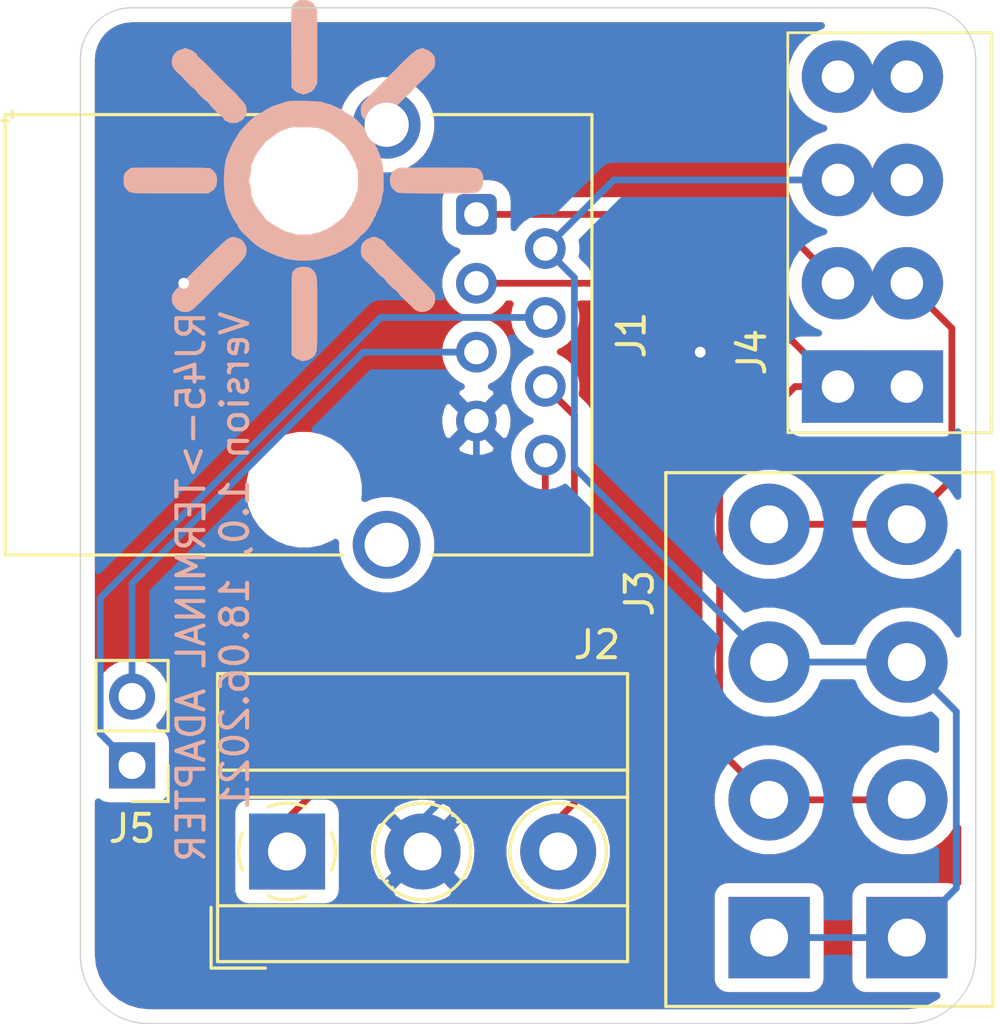
<source format=kicad_pcb>
(kicad_pcb (version 20171130) (host pcbnew "(5.1.9-0-10_14)")

  (general
    (thickness 1.6)
    (drawings 9)
    (tracks 39)
    (zones 0)
    (modules 6)
    (nets 10)
  )

  (page A4)
  (layers
    (0 F.Cu signal)
    (31 B.Cu signal)
    (32 B.Adhes user)
    (33 F.Adhes user)
    (34 B.Paste user)
    (35 F.Paste user)
    (36 B.SilkS user)
    (37 F.SilkS user)
    (38 B.Mask user)
    (39 F.Mask user)
    (40 Dwgs.User user)
    (41 Cmts.User user)
    (42 Eco1.User user)
    (43 Eco2.User user)
    (44 Edge.Cuts user)
    (45 Margin user)
    (46 B.CrtYd user)
    (47 F.CrtYd user)
    (48 B.Fab user)
    (49 F.Fab user)
  )

  (setup
    (last_trace_width 0.25)
    (trace_clearance 0.2)
    (zone_clearance 0.508)
    (zone_45_only no)
    (trace_min 0.2)
    (via_size 0.8)
    (via_drill 0.4)
    (via_min_size 0.4)
    (via_min_drill 0.3)
    (uvia_size 0.3)
    (uvia_drill 0.1)
    (uvias_allowed no)
    (uvia_min_size 0.2)
    (uvia_min_drill 0.1)
    (edge_width 0.05)
    (segment_width 0.2)
    (pcb_text_width 0.3)
    (pcb_text_size 1.5 1.5)
    (mod_edge_width 0.12)
    (mod_text_size 1 1)
    (mod_text_width 0.15)
    (pad_size 1.524 1.524)
    (pad_drill 0.762)
    (pad_to_mask_clearance 0)
    (aux_axis_origin 0 0)
    (visible_elements FFFFFF7F)
    (pcbplotparams
      (layerselection 0x010fc_ffffffff)
      (usegerberextensions false)
      (usegerberattributes true)
      (usegerberadvancedattributes true)
      (creategerberjobfile true)
      (excludeedgelayer true)
      (linewidth 0.100000)
      (plotframeref false)
      (viasonmask false)
      (mode 1)
      (useauxorigin false)
      (hpglpennumber 1)
      (hpglpenspeed 20)
      (hpglpendiameter 15.000000)
      (psnegative false)
      (psa4output false)
      (plotreference true)
      (plotvalue true)
      (plotinvisibletext false)
      (padsonsilk false)
      (subtractmaskfromsilk false)
      (outputformat 1)
      (mirror false)
      (drillshape 0)
      (scaleselection 1)
      (outputdirectory "Gerber/"))
  )

  (net 0 "")
  (net 1 /STEP)
  (net 2 /5V)
  (net 3 /DIR)
  (net 4 "Net-(J1-Pad5)")
  (net 5 /END_SW_2)
  (net 6 /GND)
  (net 7 /END_SW_1)
  (net 8 "Net-(J1-Pad4)")
  (net 9 "Net-(J4-Pad4)")

  (net_class Default "This is the default net class."
    (clearance 0.2)
    (trace_width 0.25)
    (via_dia 0.8)
    (via_drill 0.4)
    (uvia_dia 0.3)
    (uvia_drill 0.1)
    (add_net /5V)
    (add_net /DIR)
    (add_net /END_SW_1)
    (add_net /END_SW_2)
    (add_net /GND)
    (add_net /STEP)
    (add_net "Net-(J1-Pad4)")
    (add_net "Net-(J1-Pad5)")
    (add_net "Net-(J4-Pad4)")
  )

  (module Clockdiv-Logos:sun (layer B.Cu) (tedit 0) (tstamp 60CCBD71)
    (at 81.915 22.987)
    (fp_text reference G*** (at 0 0) (layer B.SilkS) hide
      (effects (font (size 1.524 1.524) (thickness 0.3)) (justify mirror))
    )
    (fp_text value LOGO (at 0.75 0) (layer B.SilkS) hide
      (effects (font (size 1.524 1.524) (thickness 0.3)) (justify mirror))
    )
    (fp_poly (pts (xy 0.007362 -3.28948) (xy 0.090368 -3.313009) (xy 0.208339 -3.355745) (xy 0.288538 -3.402078)
      (xy 0.348648 -3.466128) (xy 0.406349 -3.562018) (xy 0.409448 -3.567825) (xy 0.479778 -3.700098)
      (xy 0.479778 -6.373014) (xy 0.405607 -6.515975) (xy 0.353541 -6.599801) (xy 0.300291 -6.659593)
      (xy 0.271552 -6.677605) (xy 0.217598 -6.701468) (xy 0.197556 -6.717926) (xy 0.160401 -6.735217)
      (xy 0.085296 -6.748962) (xy -0.009293 -6.757312) (xy -0.104895 -6.75842) (xy -0.162277 -6.753932)
      (xy -0.224694 -6.738899) (xy -0.253735 -6.718906) (xy -0.254 -6.717003) (xy -0.277218 -6.689648)
      (xy -0.309043 -6.675001) (xy -0.359282 -6.640454) (xy -0.413035 -6.577483) (xy -0.422671 -6.562739)
      (xy -0.435648 -6.540489) (xy -0.446521 -6.516097) (xy -0.455446 -6.484746) (xy -0.46258 -6.44162)
      (xy -0.468079 -6.3819) (xy -0.4721 -6.300771) (xy -0.4748 -6.193415) (xy -0.476335 -6.055014)
      (xy -0.476862 -5.880753) (xy -0.476537 -5.665813) (xy -0.475517 -5.405378) (xy -0.473959 -5.094631)
      (xy -0.473461 -5.000494) (xy -0.465666 -3.533041) (xy -0.361232 -3.431632) (xy -0.284319 -3.369604)
      (xy -0.214015 -3.334249) (xy -0.190487 -3.330223) (xy -0.124418 -3.317176) (xy -0.091666 -3.297711)
      (xy -0.056028 -3.28248) (xy 0.007362 -3.28948)) (layer B.SilkS) (width 0.01))
    (fp_poly (pts (xy -2.514694 -2.233544) (xy -2.449063 -2.244107) (xy -2.427111 -2.257778) (xy -2.404583 -2.283538)
      (xy -2.389096 -2.286) (xy -2.321263 -2.311209) (xy -2.250222 -2.378123) (xy -2.186399 -2.473674)
      (xy -2.140218 -2.584793) (xy -2.134723 -2.604885) (xy -2.122731 -2.743177) (xy -2.160572 -2.874767)
      (xy -2.250671 -3.006203) (xy -2.304389 -3.062651) (xy -2.377352 -3.136906) (xy -2.431142 -3.197397)
      (xy -2.455539 -3.232521) (xy -2.456031 -3.234844) (xy -2.476024 -3.263976) (xy -2.528582 -3.319622)
      (xy -2.603623 -3.391321) (xy -2.62956 -3.414889) (xy -2.724617 -3.501973) (xy -2.815338 -3.587968)
      (xy -2.883811 -3.655856) (xy -2.889918 -3.662225) (xy -2.955806 -3.730242) (xy -3.042615 -3.818137)
      (xy -3.126754 -3.902114) (xy -3.216051 -3.990881) (xy -3.303496 -4.078438) (xy -3.366642 -4.142263)
      (xy -3.513863 -4.291793) (xy -3.628754 -4.406951) (xy -3.717943 -4.494213) (xy -3.788054 -4.560052)
      (xy -3.845714 -4.610946) (xy -3.849713 -4.614334) (xy -3.909537 -4.669864) (xy -3.9457 -4.713055)
      (xy -3.950525 -4.724705) (xy -3.973082 -4.765036) (xy -4.028166 -4.81911) (xy -4.098871 -4.873417)
      (xy -4.168295 -4.914448) (xy -4.204288 -4.92751) (xy -4.280032 -4.949612) (xy -4.324672 -4.968816)
      (xy -4.397409 -4.994045) (xy -4.440784 -4.973756) (xy -4.442649 -4.970915) (xy -4.478229 -4.950514)
      (xy -4.545804 -4.932359) (xy -4.557677 -4.93028) (xy -4.673837 -4.884632) (xy -4.772238 -4.795451)
      (xy -4.843919 -4.674957) (xy -4.879921 -4.535369) (xy -4.882444 -4.487334) (xy -4.862742 -4.34407)
      (xy -4.799092 -4.220553) (xy -4.713948 -4.128015) (xy -4.602 -4.024011) (xy -4.510386 -3.934404)
      (xy -4.419775 -3.839677) (xy -4.318 -3.728256) (xy -4.243768 -3.648758) (xy -4.182905 -3.58869)
      (xy -4.145719 -3.558059) (xy -4.14066 -3.556105) (xy -4.109799 -3.537554) (xy -4.058774 -3.493)
      (xy -4.004323 -3.438881) (xy -3.963187 -3.391633) (xy -3.951111 -3.369995) (xy -3.932506 -3.342687)
      (xy -3.885159 -3.289823) (xy -3.821771 -3.224148) (xy -3.755043 -3.158404) (xy -3.697678 -3.105333)
      (xy -3.662376 -3.077679) (xy -3.658291 -3.076223) (xy -3.626524 -3.057766) (xy -3.575051 -3.013464)
      (xy -3.520957 -2.95992) (xy -3.481325 -2.913738) (xy -3.471333 -2.894521) (xy -3.452461 -2.865646)
      (xy -3.403579 -2.810221) (xy -3.336291 -2.73983) (xy -3.262199 -2.666058) (xy -3.192906 -2.600491)
      (xy -3.140015 -2.554714) (xy -3.116275 -2.54) (xy -3.085224 -2.520215) (xy -3.036132 -2.47243)
      (xy -2.984558 -2.414001) (xy -2.946057 -2.362283) (xy -2.935111 -2.337899) (xy -2.911223 -2.314988)
      (xy -2.864555 -2.29759) (xy -2.811723 -2.2758) (xy -2.794 -2.254719) (xy -2.768259 -2.241905)
      (xy -2.70091 -2.232842) (xy -2.610555 -2.229556) (xy -2.514694 -2.233544)) (layer B.SilkS) (width 0.01))
    (fp_poly (pts (xy 2.649972 -2.233544) (xy 2.715604 -2.244107) (xy 2.737556 -2.257778) (xy 2.760974 -2.281361)
      (xy 2.789325 -2.286) (xy 2.834601 -2.305409) (xy 2.901653 -2.356056) (xy 2.969075 -2.420056)
      (xy 3.064121 -2.517249) (xy 3.171241 -2.623384) (xy 3.234807 -2.684616) (xy 3.334418 -2.781315)
      (xy 3.442346 -2.889542) (xy 3.503542 -2.952727) (xy 3.596456 -3.047989) (xy 3.704405 -3.1553)
      (xy 3.785764 -3.233965) (xy 3.876342 -3.32163) (xy 3.96435 -3.409504) (xy 4.026288 -3.473854)
      (xy 4.093715 -3.544036) (xy 4.182217 -3.632896) (xy 4.266177 -3.714938) (xy 4.400002 -3.846194)
      (xy 4.525376 -3.973907) (xy 4.635049 -4.090288) (xy 4.72177 -4.187552) (xy 4.77829 -4.257913)
      (xy 4.793118 -4.280867) (xy 4.816023 -4.359845) (xy 4.824796 -4.467585) (xy 4.819583 -4.579125)
      (xy 4.800529 -4.669506) (xy 4.790723 -4.691336) (xy 4.714531 -4.79537) (xy 4.621802 -4.878401)
      (xy 4.529568 -4.925665) (xy 4.5168 -4.928763) (xy 4.451144 -4.948156) (xy 4.414668 -4.970531)
      (xy 4.414525 -4.970757) (xy 4.371096 -4.993741) (xy 4.305672 -4.976431) (xy 4.289778 -4.967112)
      (xy 4.225931 -4.9436) (xy 4.189294 -4.939321) (xy 4.149051 -4.920305) (xy 4.077273 -4.868295)
      (xy 3.982183 -4.790367) (xy 3.872 -4.693596) (xy 3.754945 -4.585057) (xy 3.639241 -4.471825)
      (xy 3.602226 -4.434087) (xy 3.573974 -4.405549) (xy 3.516118 -4.347466) (xy 3.438991 -4.270179)
      (xy 3.352926 -4.18403) (xy 3.268257 -4.099358) (xy 3.195318 -4.026506) (xy 3.144442 -3.975814)
      (xy 3.129817 -3.961331) (xy 3.10058 -3.932111) (xy 3.041127 -3.872376) (xy 2.960974 -3.791695)
      (xy 2.895122 -3.725334) (xy 2.805149 -3.634857) (xy 2.728157 -3.557863) (xy 2.673976 -3.504156)
      (xy 2.654643 -3.485445) (xy 2.596112 -3.428429) (xy 2.515747 -3.346369) (xy 2.423644 -3.250026)
      (xy 2.3299 -3.150163) (xy 2.24461 -3.057541) (xy 2.17787 -2.982924) (xy 2.139778 -2.937072)
      (xy 2.13837 -2.935112) (xy 2.10357 -2.84894) (xy 2.088446 -2.732758) (xy 2.093058 -2.609479)
      (xy 2.117467 -2.502019) (xy 2.137106 -2.461396) (xy 2.205517 -2.371407) (xy 2.275165 -2.309065)
      (xy 2.332652 -2.286) (xy 2.36735 -2.269276) (xy 2.370667 -2.257778) (xy 2.396586 -2.24303)
      (xy 2.465247 -2.232933) (xy 2.554112 -2.229556) (xy 2.649972 -2.233544)) (layer B.SilkS) (width 0.01))
    (fp_poly (pts (xy 0.15902 2.83929) (xy 0.351706 2.822762) (xy 0.525541 2.796983) (xy 0.66682 2.76302)
      (xy 0.740451 2.734221) (xy 0.808721 2.71242) (xy 0.839229 2.709159) (xy 0.900094 2.696318)
      (xy 0.96471 2.669486) (xy 1.051491 2.633202) (xy 1.126988 2.610973) (xy 1.187022 2.591112)
      (xy 1.213493 2.569143) (xy 1.213556 2.568222) (xy 1.237866 2.546277) (xy 1.296515 2.526268)
      (xy 1.298223 2.525888) (xy 1.357472 2.50541) (xy 1.382873 2.481821) (xy 1.382889 2.481313)
      (xy 1.404976 2.456766) (xy 1.415696 2.455333) (xy 1.453879 2.440985) (xy 1.523778 2.403846)
      (xy 1.610374 2.352776) (xy 1.698647 2.296635) (xy 1.773577 2.24428) (xy 1.773805 2.244108)
      (xy 1.834067 2.193429) (xy 1.904799 2.126415) (xy 1.973852 2.055663) (xy 2.029078 1.993765)
      (xy 2.058328 1.953318) (xy 2.060223 1.947169) (xy 2.08222 1.920608) (xy 2.092649 1.919111)
      (xy 2.134131 1.897477) (xy 2.196697 1.840548) (xy 2.270565 1.760286) (xy 2.345948 1.668649)
      (xy 2.413061 1.577598) (xy 2.462121 1.499094) (xy 2.483341 1.445095) (xy 2.483556 1.441304)
      (xy 2.502308 1.412307) (xy 2.509536 1.411111) (xy 2.53306 1.386781) (xy 2.553745 1.32809)
      (xy 2.554112 1.326444) (xy 2.573936 1.267215) (xy 2.595962 1.241794) (xy 2.596445 1.241777)
      (xy 2.617839 1.217335) (xy 2.638336 1.157721) (xy 2.640081 1.150055) (xy 2.65879 1.083224)
      (xy 2.67726 1.045214) (xy 2.678381 1.044222) (xy 2.698993 1.011712) (xy 2.730598 0.945032)
      (xy 2.748288 0.903111) (xy 2.784022 0.817479) (xy 2.814621 0.748295) (xy 2.823821 0.729184)
      (xy 2.840711 0.675184) (xy 2.857493 0.588705) (xy 2.865371 0.531629) (xy 2.880533 0.434383)
      (xy 2.899821 0.353013) (xy 2.910563 0.323497) (xy 2.920504 0.272134) (xy 2.926249 0.176515)
      (xy 2.928098 0.048649) (xy 2.926351 -0.099454) (xy 2.92131 -0.255784) (xy 2.913276 -0.408334)
      (xy 2.902549 -0.545092) (xy 2.889431 -0.654051) (xy 2.885484 -0.677334) (xy 2.860187 -0.794202)
      (xy 2.827741 -0.916931) (xy 2.792818 -1.030389) (xy 2.760088 -1.119442) (xy 2.734222 -1.168956)
      (xy 2.733477 -1.169811) (xy 2.712388 -1.219377) (xy 2.709334 -1.247423) (xy 2.69737 -1.290141)
      (xy 2.683354 -1.298223) (xy 2.65983 -1.322552) (xy 2.639145 -1.381243) (xy 2.638778 -1.382889)
      (xy 2.618299 -1.442139) (xy 2.594711 -1.46754) (xy 2.594202 -1.467556) (xy 2.569558 -1.489576)
      (xy 2.568223 -1.499743) (xy 2.556104 -1.546267) (xy 2.526104 -1.615474) (xy 2.487759 -1.689205)
      (xy 2.450603 -1.749301) (xy 2.424174 -1.777603) (xy 2.422109 -1.778) (xy 2.400955 -1.800649)
      (xy 2.398889 -1.816461) (xy 2.380353 -1.852845) (xy 2.330776 -1.917587) (xy 2.259203 -1.999312)
      (xy 2.2225 -2.038315) (xy 2.137767 -2.127147) (xy 2.063725 -2.206086) (xy 2.012389 -2.262275)
      (xy 2.001307 -2.275021) (xy 1.868748 -2.40078) (xy 1.695471 -2.515472) (xy 1.669735 -2.529493)
      (xy 1.581989 -2.580007) (xy 1.50722 -2.629559) (xy 1.482139 -2.649312) (xy 1.443887 -2.677826)
      (xy 1.384162 -2.712796) (xy 1.295319 -2.758125) (xy 1.169711 -2.817716) (xy 1.001889 -2.894477)
      (xy 0.915362 -2.925222) (xy 0.815797 -2.949706) (xy 0.804334 -2.951746) (xy 0.722243 -2.971325)
      (xy 0.661096 -2.995956) (xy 0.65266 -3.001602) (xy 0.61475 -3.010442) (xy 0.530693 -3.018625)
      (xy 0.410785 -3.025911) (xy 0.265322 -3.032061) (xy 0.1046 -3.036835) (xy -0.061086 -3.039993)
      (xy -0.221438 -3.041297) (xy -0.366162 -3.040506) (xy -0.484962 -3.037381) (xy -0.56754 -3.031683)
      (xy -0.578555 -3.03025) (xy -0.660576 -3.013201) (xy -0.719666 -2.99463) (xy -0.773099 -2.9751)
      (xy -0.862538 -2.944727) (xy -0.970132 -2.909553) (xy -0.987777 -2.903903) (xy -1.089266 -2.870363)
      (xy -1.168184 -2.842141) (xy -1.210478 -2.824323) (xy -1.213555 -2.822223) (xy -1.24495 -2.802464)
      (xy -1.309926 -2.767277) (xy -1.359139 -2.74206) (xy -1.447953 -2.692623) (xy -1.523632 -2.642382)
      (xy -1.548459 -2.622115) (xy -1.604574 -2.582033) (xy -1.645585 -2.568223) (xy -1.703965 -2.54752)
      (xy -1.789629 -2.490665) (xy -1.894546 -2.40554) (xy -2.010686 -2.300025) (xy -2.130018 -2.182002)
      (xy -2.244511 -2.05935) (xy -2.346136 -1.939953) (xy -2.426861 -1.831689) (xy -2.471212 -1.757968)
      (xy -2.516794 -1.671557) (xy -2.554117 -1.606969) (xy -2.57374 -1.57973) (xy -2.600517 -1.542963)
      (xy -2.642091 -1.467949) (xy -2.691875 -1.368678) (xy -2.743285 -1.259141) (xy -2.789735 -1.153329)
      (xy -2.824638 -1.065231) (xy -2.84078 -1.012427) (xy -2.859768 -0.943569) (xy -2.881284 -0.902936)
      (xy -2.883297 -0.901327) (xy -2.894607 -0.868774) (xy -2.90862 -0.79091) (xy -2.923704 -0.678701)
      (xy -2.938227 -0.543114) (xy -2.940948 -0.513854) (xy -2.958676 -0.186172) (xy -2.956895 -0.092868)
      (xy -2.031088 -0.092868) (xy -2.028884 -0.167251) (xy -2.017337 -0.223541) (xy -2.007466 -0.23761)
      (xy -1.994548 -0.270736) (xy -1.980622 -0.346648) (xy -1.96792 -0.451784) (xy -1.963014 -0.507387)
      (xy -1.951583 -0.61932) (xy -1.937622 -0.706179) (xy -1.9234 -0.755413) (xy -1.916992 -0.762)
      (xy -1.894251 -0.785372) (xy -1.889664 -0.811389) (xy -1.874756 -0.864389) (xy -1.838598 -0.940279)
      (xy -1.819301 -0.973667) (xy -1.773275 -1.050888) (xy -1.738442 -1.112982) (xy -1.730382 -1.128889)
      (xy -1.694191 -1.18701) (xy -1.680801 -1.203042) (xy -1.642841 -1.250409) (xy -1.608666 -1.299157)
      (xy -1.556587 -1.366493) (xy -1.516944 -1.407665) (xy -1.478192 -1.451507) (xy -1.467555 -1.475844)
      (xy -1.448517 -1.514623) (xy -1.407728 -1.558014) (xy -1.369679 -1.580335) (xy -1.367812 -1.580445)
      (xy -1.335309 -1.596831) (xy -1.280769 -1.636977) (xy -1.272266 -1.643945) (xy -1.192038 -1.707731)
      (xy -1.116898 -1.763889) (xy -1.053023 -1.811516) (xy -1.007012 -1.849134) (xy -1.005817 -1.850235)
      (xy -0.957305 -1.884058) (xy -0.885277 -1.923598) (xy -0.812144 -1.957663) (xy -0.760322 -1.975059)
      (xy -0.754873 -1.975556) (xy -0.713032 -1.986573) (xy -0.64665 -2.013435) (xy -0.639265 -2.01682)
      (xy -0.55591 -2.044426) (xy -0.450654 -2.065391) (xy -0.409222 -2.070203) (xy -0.31439 -2.075023)
      (xy -0.190398 -2.076606) (xy -0.048338 -2.075364) (xy 0.100703 -2.071705) (xy 0.245634 -2.066041)
      (xy 0.375366 -2.058781) (xy 0.478809 -2.050336) (xy 0.544873 -2.041116) (xy 0.563063 -2.034236)
      (xy 0.598744 -2.013023) (xy 0.667117 -1.992664) (xy 0.684454 -1.989117) (xy 0.752244 -1.971248)
      (xy 0.788383 -1.951685) (xy 0.790223 -1.947252) (xy 0.814254 -1.925302) (xy 0.867551 -1.905822)
      (xy 0.928928 -1.885127) (xy 0.959273 -1.866387) (xy 0.987086 -1.840903) (xy 1.048229 -1.790935)
      (xy 1.130976 -1.725998) (xy 1.156527 -1.706347) (xy 1.302404 -1.590684) (xy 1.41492 -1.493129)
      (xy 1.489804 -1.417691) (xy 1.522789 -1.368378) (xy 1.524 -1.361223) (xy 1.540367 -1.32466)
      (xy 1.545167 -1.321741) (xy 1.576251 -1.290399) (xy 1.624447 -1.223377) (xy 1.680869 -1.135096)
      (xy 1.736629 -1.039976) (xy 1.782842 -0.952438) (xy 1.807536 -0.895996) (xy 1.836193 -0.829267)
      (xy 1.860728 -0.792632) (xy 1.865856 -0.790223) (xy 1.882253 -0.765252) (xy 1.89987 -0.702407)
      (xy 1.905976 -0.670278) (xy 1.925253 -0.591669) (xy 1.949489 -0.538686) (xy 1.957779 -0.530238)
      (xy 1.971139 -0.494997) (xy 1.9809 -0.416696) (xy 1.987131 -0.307643) (xy 1.9899 -0.180146)
      (xy 1.989278 -0.046511) (xy 1.985334 0.080954) (xy 1.978136 0.189942) (xy 1.967756 0.268145)
      (xy 1.954261 0.303257) (xy 1.953075 0.303827) (xy 1.925779 0.337602) (xy 1.918938 0.376296)
      (xy 1.905813 0.445281) (xy 1.876604 0.518281) (xy 1.846821 0.586883) (xy 1.834445 0.638226)
      (xy 1.819394 0.673682) (xy 1.808465 0.677333) (xy 1.784941 0.701663) (xy 1.764256 0.760353)
      (xy 1.763889 0.762) (xy 1.74341 0.821249) (xy 1.719822 0.84665) (xy 1.719314 0.846666)
      (xy 1.694039 0.868176) (xy 1.693334 0.874644) (xy 1.677344 0.910806) (xy 1.636038 0.975082)
      (xy 1.594556 1.032028) (xy 1.540529 1.109394) (xy 1.50465 1.17339) (xy 1.495778 1.201606)
      (xy 1.481034 1.237772) (xy 1.469727 1.241777) (xy 1.435195 1.260151) (xy 1.380041 1.306172)
      (xy 1.359009 1.326444) (xy 1.301028 1.378937) (xy 1.257591 1.408628) (xy 1.249032 1.411111)
      (xy 1.213973 1.428436) (xy 1.156441 1.471864) (xy 1.133707 1.491476) (xy 1.045921 1.559315)
      (xy 0.949634 1.619489) (xy 0.938124 1.625532) (xy 0.869105 1.662934) (xy 0.824486 1.691379)
      (xy 0.818445 1.696843) (xy 0.783596 1.714396) (xy 0.718074 1.733153) (xy 0.712612 1.734363)
      (xy 0.650421 1.754522) (xy 0.621206 1.77712) (xy 0.620889 1.77927) (xy 0.595581 1.796845)
      (xy 0.530824 1.814495) (xy 0.479145 1.823081) (xy 0.394973 1.838354) (xy 0.336654 1.856575)
      (xy 0.322257 1.866386) (xy 0.289164 1.876597) (xy 0.213341 1.883995) (xy 0.108431 1.888581)
      (xy -0.011923 1.890355) (xy -0.134076 1.889318) (xy -0.244384 1.885469) (xy -0.329205 1.87881)
      (xy -0.374895 1.86934) (xy -0.378709 1.866373) (xy -0.414075 1.846482) (xy -0.482668 1.828004)
      (xy -0.501977 1.82457) (xy -0.602555 1.801053) (xy -0.714519 1.759046) (xy -0.845911 1.694562)
      (xy -1.004771 1.603613) (xy -1.19914 1.482211) (xy -1.221904 1.467555) (xy -1.326837 1.395339)
      (xy -1.411591 1.328474) (xy -1.465282 1.275989) (xy -1.478084 1.255066) (xy -1.506144 1.199096)
      (xy -1.557794 1.127267) (xy -1.579417 1.101816) (xy -1.630796 1.040446) (xy -1.661385 0.996524)
      (xy -1.665111 0.986815) (xy -1.682386 0.954989) (xy -1.724395 0.903249) (xy -1.728611 0.898614)
      (xy -1.784353 0.824057) (xy -1.837075 0.731445) (xy -1.876131 0.641838) (xy -1.890888 0.577598)
      (xy -1.905287 0.540642) (xy -1.916992 0.536222) (xy -1.930508 0.510135) (xy -1.944881 0.44024)
      (xy -1.957842 0.339089) (xy -1.963014 0.281608) (xy -1.974368 0.167429) (xy -1.987998 0.076104)
      (xy -2.001668 0.021197) (xy -2.007466 0.011831) (xy -2.023949 -0.024978) (xy -2.031088 -0.092868)
      (xy -2.956895 -0.092868) (xy -2.952652 0.129401) (xy -2.923888 0.422842) (xy -2.873398 0.68413)
      (xy -2.802194 0.903244) (xy -2.796254 0.917222) (xy -2.72146 1.082159) (xy -2.647956 1.230127)
      (xy -2.580452 1.352677) (xy -2.523655 1.44136) (xy -2.482272 1.487727) (xy -2.4765 1.491074)
      (xy -2.457516 1.523536) (xy -2.455333 1.543457) (xy -2.437854 1.590431) (xy -2.393162 1.662488)
      (xy -2.332872 1.743744) (xy -2.2686 1.818315) (xy -2.221899 1.862666) (xy -2.180098 1.899798)
      (xy -2.109353 1.965818) (xy -2.020995 2.050068) (xy -1.959429 2.109611) (xy -1.868203 2.19482)
      (xy -1.788686 2.262656) (xy -1.731187 2.30468) (xy -1.709442 2.314222) (xy -1.667481 2.329263)
      (xy -1.660407 2.339265) (xy -1.63114 2.364621) (xy -1.563454 2.406123) (xy -1.470557 2.457095)
      (xy -1.365654 2.510859) (xy -1.261951 2.560738) (xy -1.172656 2.600055) (xy -1.110973 2.622134)
      (xy -1.095927 2.624666) (xy -1.052693 2.636673) (xy -1.044222 2.651159) (xy -1.019095 2.6707)
      (xy -0.955493 2.689721) (xy -0.917222 2.696697) (xy -0.84164 2.712367) (xy -0.796171 2.73016)
      (xy -0.790222 2.737672) (xy -0.765621 2.756498) (xy -0.705675 2.773002) (xy -0.6985 2.774212)
      (xy -0.62468 2.785991) (xy -0.517712 2.803084) (xy -0.400182 2.821881) (xy -0.395111 2.822692)
      (xy -0.228092 2.840323) (xy -0.038814 2.8455) (xy 0.15902 2.83929)) (layer B.SilkS) (width 0.01))
    (fp_poly (pts (xy -4.948807 0.366888) (xy -3.546848 0.366888) (xy -3.424424 0.295143) (xy -3.353836 0.246631)
      (xy -3.309598 0.202481) (xy -3.302 0.184606) (xy -3.282523 0.142371) (xy -3.270198 0.135214)
      (xy -3.248784 0.102151) (xy -3.231957 0.02967) (xy -3.221527 -0.06527) (xy -3.219305 -0.165712)
      (xy -3.227104 -0.254697) (xy -3.228017 -0.259771) (xy -3.262535 -0.350124) (xy -3.336544 -0.445579)
      (xy -3.434011 -0.536223) (xy -3.451937 -0.545965) (xy -3.483833 -0.554184) (xy -3.534261 -0.561026)
      (xy -3.607782 -0.566636) (xy -3.708959 -0.571161) (xy -3.842355 -0.574745) (xy -4.012531 -0.577536)
      (xy -4.22405 -0.579678) (xy -4.481473 -0.581318) (xy -4.789363 -0.582602) (xy -4.895836 -0.58295)
      (xy -5.174328 -0.583534) (xy -5.436719 -0.583538) (xy -5.677391 -0.583) (xy -5.89073 -0.581959)
      (xy -6.071119 -0.580453) (xy -6.212941 -0.578519) (xy -6.310581 -0.576197) (xy -6.358422 -0.573524)
      (xy -6.361346 -0.572999) (xy -6.396004 -0.56203) (xy -6.428472 -0.544235) (xy -6.472495 -0.509943)
      (xy -6.541814 -0.449487) (xy -6.560596 -0.432807) (xy -6.608429 -0.382967) (xy -6.635813 -0.327921)
      (xy -6.65015 -0.247957) (xy -6.65556 -0.179971) (xy -6.659894 -0.043636) (xy -6.649525 0.053914)
      (xy -6.620205 0.129358) (xy -6.567688 0.19938) (xy -6.555637 0.212489) (xy -6.523663 0.246714)
      (xy -6.494069 0.275473) (xy -6.461909 0.299239) (xy -6.422238 0.318488) (xy -6.370109 0.333696)
      (xy -6.300577 0.345337) (xy -6.208696 0.353888) (xy -6.08952 0.359822) (xy -5.938103 0.363616)
      (xy -5.749499 0.365744) (xy -5.518763 0.366682) (xy -5.240948 0.366906) (xy -4.948807 0.366888)) (layer B.SilkS) (width 0.01))
    (fp_poly (pts (xy 5.06033 0.369539) (xy 5.309965 0.367694) (xy 5.548705 0.364749) (xy 5.769818 0.360721)
      (xy 5.96657 0.355626) (xy 6.132229 0.349478) (xy 6.260062 0.342295) (xy 6.343337 0.334092)
      (xy 6.372569 0.327245) (xy 6.47854 0.255919) (xy 6.547434 0.165614) (xy 6.58609 0.043974)
      (xy 6.59979 -0.08327) (xy 6.598286 -0.242314) (xy 6.571534 -0.361804) (xy 6.514796 -0.454774)
      (xy 6.440221 -0.522112) (xy 6.421226 -0.534866) (xy 6.398345 -0.545565) (xy 6.366716 -0.55441)
      (xy 6.321477 -0.561602) (xy 6.257766 -0.56734) (xy 6.170722 -0.571825) (xy 6.055481 -0.575257)
      (xy 5.907181 -0.577838) (xy 5.720962 -0.579766) (xy 5.49196 -0.581243) (xy 5.215314 -0.58247)
      (xy 4.953 -0.583416) (xy 4.674467 -0.583982) (xy 4.411943 -0.583757) (xy 4.171061 -0.5828)
      (xy 3.957452 -0.581167) (xy 3.776748 -0.578917) (xy 3.634582 -0.576109) (xy 3.536585 -0.572799)
      (xy 3.488389 -0.569045) (xy 3.485445 -0.56833) (xy 3.362747 -0.513237) (xy 3.278512 -0.442594)
      (xy 3.217214 -0.346486) (xy 3.179858 -0.258695) (xy 3.16517 -0.177425) (xy 3.168788 -0.074625)
      (xy 3.171179 -0.050398) (xy 3.187632 0.056599) (xy 3.216142 0.1307) (xy 3.266603 0.195412)
      (xy 3.28068 0.209775) (xy 3.351285 0.273875) (xy 3.41713 0.32383) (xy 3.434201 0.334107)
      (xy 3.478927 0.342859) (xy 3.573352 0.35037) (xy 3.710742 0.356657) (xy 3.884365 0.361735)
      (xy 4.087488 0.365619) (xy 4.313378 0.368326) (xy 4.555304 0.369871) (xy 4.806532 0.370271)
      (xy 5.06033 0.369539)) (layer B.SilkS) (width 0.01))
    (fp_poly (pts (xy -4.251561 4.724086) (xy -4.194838 4.703373) (xy -4.138951 4.66485) (xy -4.060439 4.599033)
      (xy -3.975518 4.519585) (xy -3.968756 4.512873) (xy -3.865204 4.410324) (xy -3.75031 4.297658)
      (xy -3.664754 4.214561) (xy -3.574762 4.126544) (xy -3.487292 4.039041) (xy -3.424802 3.974672)
      (xy -3.357262 3.905716) (xy -3.268409 3.81834) (xy -3.184913 3.738504) (xy -3.093997 3.651036)
      (xy -3.005644 3.562833) (xy -2.944244 3.498615) (xy -2.880836 3.43206) (xy -2.793151 3.343387)
      (xy -2.697825 3.249363) (xy -2.676133 3.228325) (xy -2.505114 3.06118) (xy -2.371948 2.925099)
      (xy -2.272472 2.813457) (xy -2.202522 2.719626) (xy -2.157935 2.636982) (xy -2.134548 2.558896)
      (xy -2.128196 2.478744) (xy -2.134718 2.389899) (xy -2.137191 2.370576) (xy -2.166667 2.277677)
      (xy -2.22354 2.182852) (xy -2.2955 2.100781) (xy -2.37024 2.046144) (xy -2.421075 2.032)
      (xy -2.476909 2.019957) (xy -2.497666 2.003777) (xy -2.535263 1.984556) (xy -2.603403 1.975633)
      (xy -2.610555 1.975555) (xy -2.680262 1.983159) (xy -2.721882 2.001677) (xy -2.723444 2.003777)
      (xy -2.763345 2.027684) (xy -2.794324 2.032) (xy -2.828131 2.051701) (xy -2.897937 2.10873)
      (xy -3.000363 2.199972) (xy -3.132031 2.322313) (xy -3.289565 2.472639) (xy -3.469586 2.647835)
      (xy -3.575825 2.752542) (xy -3.743307 2.918285) (xy -3.898345 3.071695) (xy -4.036309 3.208192)
      (xy -4.152569 3.323198) (xy -4.242498 3.412133) (xy -4.301465 3.470417) (xy -4.324742 3.493376)
      (xy -4.419692 3.588478) (xy -4.522762 3.696125) (xy -4.624513 3.805946) (xy -4.715502 3.907571)
      (xy -4.786289 3.99063) (xy -4.827433 4.044753) (xy -4.829006 4.047268) (xy -4.8647 4.135401)
      (xy -4.882029 4.236289) (xy -4.882339 4.248873) (xy -4.8737 4.338505) (xy -4.85162 4.424414)
      (xy -4.822095 4.489165) (xy -4.791116 4.515326) (xy -4.790722 4.515335) (xy -4.771048 4.538006)
      (xy -4.769555 4.5511) (xy -4.74899 4.590691) (xy -4.684221 4.641785) (xy -4.575829 4.70525)
      (xy -4.48243 4.733275) (xy -4.365011 4.739507) (xy -4.251561 4.724086)) (layer B.SilkS) (width 0.01))
    (fp_poly (pts (xy 4.504305 4.715531) (xy 4.639854 4.643488) (xy 4.743868 4.533245) (xy 4.808315 4.392846)
      (xy 4.826 4.260083) (xy 4.820426 4.156042) (xy 4.798266 4.073017) (xy 4.751364 3.994315)
      (xy 4.671563 3.903246) (xy 4.631949 3.862956) (xy 4.544667 3.775003) (xy 4.440549 3.669109)
      (xy 4.341919 3.567981) (xy 4.340602 3.566623) (xy 4.253019 3.47713) (xy 4.169806 3.393478)
      (xy 4.107151 3.331918) (xy 4.100713 3.325772) (xy 4.042275 3.26879) (xy 3.960863 3.187498)
      (xy 3.872746 3.098159) (xy 3.860749 3.085883) (xy 3.771374 2.994881) (xy 3.68492 2.907819)
      (xy 3.618546 2.841962) (xy 3.612775 2.836333) (xy 3.548527 2.772712) (xy 3.463384 2.686926)
      (xy 3.375652 2.59742) (xy 3.374703 2.596444) (xy 3.284464 2.506498) (xy 3.193421 2.420274)
      (xy 3.121733 2.356824) (xy 3.061311 2.302184) (xy 3.024752 2.260206) (xy 3.019778 2.24882)
      (xy 2.998229 2.206629) (xy 2.944794 2.150446) (xy 2.876293 2.094804) (xy 2.809545 2.054237)
      (xy 2.783239 2.04443) (xy 2.722453 2.022041) (xy 2.69329 2.000651) (xy 2.65849 1.9839)
      (xy 2.595377 1.97652) (xy 2.525958 1.978225) (xy 2.472236 1.988723) (xy 2.455334 2.003777)
      (xy 2.431384 2.026199) (xy 2.391834 2.033015) (xy 2.314769 2.057796) (xy 2.22938 2.122011)
      (xy 2.150728 2.213719) (xy 2.136312 2.235618) (xy 2.103188 2.326665) (xy 2.089601 2.446863)
      (xy 2.095832 2.572302) (xy 2.122168 2.679072) (xy 2.130822 2.697941) (xy 2.182494 2.772138)
      (xy 2.252131 2.844025) (xy 2.259791 2.850444) (xy 2.338719 2.917988) (xy 2.420689 2.995772)
      (xy 2.516318 3.094396) (xy 2.636227 3.22446) (xy 2.652889 3.242836) (xy 2.727364 3.322175)
      (xy 2.788647 3.382122) (xy 2.826308 3.412649) (xy 2.831449 3.41457) (xy 2.864284 3.433317)
      (xy 2.916427 3.477989) (xy 2.97077 3.531943) (xy 3.010205 3.578542) (xy 3.019778 3.59775)
      (xy 3.03846 3.626595) (xy 3.086021 3.680708) (xy 3.149739 3.747272) (xy 3.216888 3.813467)
      (xy 3.274746 3.866475) (xy 3.310587 3.893479) (xy 3.314511 3.894666) (xy 3.346262 3.913426)
      (xy 3.397389 3.958447) (xy 3.45094 4.012842) (xy 3.489963 4.059724) (xy 3.499556 4.078996)
      (xy 3.519488 4.107348) (xy 3.574756 4.166537) (xy 3.658565 4.249837) (xy 3.764122 4.350519)
      (xy 3.884632 4.461856) (xy 3.903487 4.478976) (xy 3.968123 4.541116) (xy 4.015597 4.593177)
      (xy 4.026592 4.608267) (xy 4.081069 4.658443) (xy 4.170317 4.703186) (xy 4.27278 4.733493)
      (xy 4.345258 4.741333) (xy 4.504305 4.715531)) (layer B.SilkS) (width 0.01))
    (fp_poly (pts (xy 0.064546 6.53298) (xy 0.139108 6.512277) (xy 0.229826 6.468216) (xy 0.316636 6.405977)
      (xy 0.385173 6.338183) (xy 0.421075 6.277459) (xy 0.423334 6.262464) (xy 0.437406 6.210339)
      (xy 0.451556 6.194777) (xy 0.458705 6.162095) (xy 0.464866 6.074496) (xy 0.470008 5.933501)
      (xy 0.4741 5.740628) (xy 0.477111 5.497398) (xy 0.47901 5.20533) (xy 0.479765 4.865945)
      (xy 0.479778 4.811889) (xy 0.479194 4.465641) (xy 0.477462 4.166488) (xy 0.474614 3.915947)
      (xy 0.470679 3.71554) (xy 0.465691 3.566785) (xy 0.459678 3.471202) (xy 0.452673 3.430311)
      (xy 0.451556 3.429) (xy 0.427227 3.3889) (xy 0.423334 3.3609) (xy 0.40057 3.298343)
      (xy 0.33963 3.221349) (xy 0.25154 3.143142) (xy 0.226554 3.124941) (xy 0.1491 3.094871)
      (xy 0.038363 3.079748) (xy -0.084504 3.079594) (xy -0.198347 3.094431) (xy -0.282015 3.124281)
      (xy -0.282222 3.124407) (xy -0.35175 3.17953) (xy -0.409222 3.241771) (xy -0.421609 3.259702)
      (xy -0.432038 3.28127) (xy -0.440678 3.311169) (xy -0.447696 3.354093) (xy -0.453262 3.414737)
      (xy -0.457543 3.497793) (xy -0.460707 3.607957) (xy -0.462922 3.749921) (xy -0.464358 3.92838)
      (xy -0.465181 4.148027) (xy -0.46556 4.413558) (xy -0.465664 4.729664) (xy -0.465666 4.817183)
      (xy -0.465666 6.318255) (xy -0.368861 6.404683) (xy -0.299791 6.45717) (xy -0.239543 6.48784)
      (xy -0.22236 6.491111) (xy -0.170466 6.505331) (xy -0.155222 6.519333) (xy -0.112142 6.541494)
      (xy -0.03307 6.545903) (xy 0.064546 6.53298)) (layer B.SilkS) (width 0.01))
  )

  (module Clockdiv-KiCad:Terminalblock_1x4_5.08mm (layer F.Cu) (tedit 60C8D21C) (tstamp 60C8F51C)
    (at 99.06 50.8 90)
    (path /60C884EF)
    (fp_text reference J3 (at 12.7 -4.78 90) (layer F.SilkS)
      (effects (font (size 1 1) (thickness 0.15)))
    )
    (fp_text value "Conn_01x04 5.08" (at 10.16 -2.54 90) (layer F.Fab)
      (effects (font (size 1 1) (thickness 0.15)))
    )
    (fp_line (start -2.54 8.255) (end -2.54 -3.81) (layer F.SilkS) (width 0.12))
    (fp_line (start 17.145 8.255) (end -2.54 8.255) (layer F.SilkS) (width 0.12))
    (fp_line (start 17.145 -3.81) (end 17.145 8.255) (layer F.SilkS) (width 0.12))
    (fp_line (start -2.54 -3.81) (end 17.145 -3.81) (layer F.SilkS) (width 0.12))
    (fp_line (start -2.54 -3.81) (end -2.54 8.245) (layer F.Fab) (width 0.1))
    (fp_line (start -2.54 -3.8) (end 17.28 -3.8) (layer F.Fab) (width 0.1))
    (fp_line (start 17.28 -3.8) (end 17.28 8.245) (layer F.Fab) (width 0.1))
    (fp_line (start -2.54 8.245) (end 17.28 8.245) (layer F.Fab) (width 0.1))
    (fp_line (start 17.53 -4.05) (end -2.75 -4.05) (layer F.CrtYd) (width 0.05))
    (fp_line (start 17.53 -4.05) (end 17.53 8.495) (layer F.CrtYd) (width 0.05))
    (fp_line (start 17.53 8.495) (end -2.75 8.495) (layer F.CrtYd) (width 0.05))
    (fp_line (start -2.75 -4.05) (end -2.75 8.495) (layer F.CrtYd) (width 0.05))
    (pad 4 thru_hole circle (at 15.24 5.08 90) (size 3 3) (drill 1.4) (layers *.Cu *.Mask)
      (net 3 /DIR))
    (pad 3 thru_hole circle (at 10.16 5.08 90) (size 3 3) (drill 1.4) (layers *.Cu *.Mask)
      (net 2 /5V))
    (pad 2 thru_hole circle (at 5.08 5.08 90) (size 3 3) (drill 1.4) (layers *.Cu *.Mask)
      (net 1 /STEP))
    (pad 1 thru_hole rect (at 0 5.08 90) (size 3 3) (drill 1.4) (layers *.Cu *.Mask)
      (net 2 /5V))
    (pad 4 thru_hole circle (at 15.24 0 90) (size 3 3) (drill 1.4) (layers *.Cu *.Mask)
      (net 3 /DIR))
    (pad 3 thru_hole circle (at 10.16 0 90) (size 3 3) (drill 1.4) (layers *.Cu *.Mask)
      (net 2 /5V))
    (pad 2 thru_hole circle (at 5.08 0 90) (size 3 3) (drill 1.4) (layers *.Cu *.Mask)
      (net 1 /STEP))
    (pad 1 thru_hole rect (at 0 0 90) (size 3 3) (drill 1.4) (layers *.Cu *.Mask)
      (net 2 /5V))
  )

  (module Clockdiv-KiCad:Terminalblock_1x4_3.81mm (layer F.Cu) (tedit 60C8D253) (tstamp 60C8F13B)
    (at 101.6 30.48 90)
    (descr https://www.diodes.com/assets/Datasheets/ds21203.pdf)
    (path /60C8D00E)
    (fp_text reference J4 (at 1.27 -3.175 90) (layer F.SilkS)
      (effects (font (size 1 1) (thickness 0.15)))
    )
    (fp_text value "Conn_01x04 3.81" (at 5.715 -3.175 90) (layer F.Fab)
      (effects (font (size 1 1) (thickness 0.15)))
    )
    (fp_line (start -1.57 5.31) (end -1.57 -1.75) (layer F.Fab) (width 0.1))
    (fp_line (start -1.57 -1.75) (end 12.93 -1.75) (layer F.Fab) (width 0.1))
    (fp_line (start -1.57 5.31) (end 12.93 5.31) (layer F.Fab) (width 0.1))
    (fp_line (start 12.93 -1.75) (end 12.93 5.31) (layer F.Fab) (width 0.1))
    (fp_line (start 13 -1.85) (end 12.5 -1.85) (layer F.SilkS) (width 0.1))
    (fp_line (start 13.05 -1.85) (end 13.05 5.66) (layer F.SilkS) (width 0.1))
    (fp_line (start 13.05 -1.85) (end 13 -1.85) (layer F.SilkS) (width 0.1))
    (fp_line (start -1.7 -1.85) (end 12.7 -1.85) (layer F.SilkS) (width 0.1))
    (fp_line (start -1.7 -1.85) (end -1.7 -1.35) (layer F.SilkS) (width 0.1))
    (fp_line (start -1.7 5.66) (end -1.2 5.66) (layer F.SilkS) (width 0.1))
    (fp_line (start -1.7 5.66) (end -1.7 -1.35) (layer F.SilkS) (width 0.1))
    (fp_line (start 13.05 5.66) (end -1.27 5.66) (layer F.SilkS) (width 0.1))
    (fp_line (start 13.05 5.66) (end 13.05 5.16) (layer F.SilkS) (width 0.1))
    (fp_line (start 13.18 -2) (end 13.18 5.81) (layer F.CrtYd) (width 0.05))
    (fp_line (start 13.18 -2) (end -1.82 -2) (layer F.CrtYd) (width 0.05))
    (fp_line (start 13.18 5.81) (end -1.82 5.81) (layer F.CrtYd) (width 0.05))
    (fp_line (start -1.82 -2) (end -1.82 5.81) (layer F.CrtYd) (width 0.05))
    (pad 4 thru_hole circle (at 11.43 2.54 90) (size 2.67 2.67) (drill 1.2) (layers *.Cu *.Mask)
      (net 9 "Net-(J4-Pad4)"))
    (pad 3 thru_hole circle (at 7.62 2.54 90) (size 2.67 2.67) (drill 1.2) (layers *.Cu *.Mask)
      (net 2 /5V))
    (pad 2 thru_hole circle (at 3.81 2.54 90) (size 2.67 2.67) (drill 1.2) (layers *.Cu *.Mask)
      (net 3 /DIR))
    (pad 1 thru_hole rect (at 0 2.54 90) (size 2.67 2.67) (drill 1.2) (layers *.Cu *.Mask)
      (net 1 /STEP))
    (pad 1 thru_hole rect (at 0 0 90) (size 2.67 2.67) (drill 1.2) (layers *.Cu *.Mask)
      (net 1 /STEP))
    (pad 2 thru_hole circle (at 3.81 0 90) (size 2.67 2.67) (drill 1.2) (layers *.Cu *.Mask)
      (net 3 /DIR))
    (pad 3 thru_hole circle (at 7.62 0 90) (size 2.67 2.67) (drill 1.2) (layers *.Cu *.Mask)
      (net 2 /5V))
    (pad 4 thru_hole circle (at 11.43 0 90) (size 2.67 2.67) (drill 1.2) (layers *.Cu *.Mask)
      (net 9 "Net-(J4-Pad4)"))
  )

  (module Clockdiv-KiCad:RJ45_Conrad_1586526 (layer F.Cu) (tedit 60C872C9) (tstamp 60C8F0CD)
    (at 81.915 22.86 270)
    (descr https://www.conrad.de/de/p/modulare-einbaubuchse-buchse-einbau-horizontal-tc-a-20042-lp-fs-203-tru-components-1586526-1-st-1586526.html)
    (tags "RJ45 Magjack")
    (path /60C8651F)
    (fp_text reference J1 (at 5.72 -12.065 90) (layer F.SilkS)
      (effects (font (size 1 1) (thickness 0.15)))
    )
    (fp_text value RJ45 (at -3.81 -8.89 180) (layer F.Fab)
      (effects (font (size 1 1) (thickness 0.15)))
    )
    (fp_line (start 13.96 -4.7) (end 14.96 -3.7) (layer F.CrtYd) (width 0.05))
    (fp_line (start 13.96 -1.42) (end 13.96 11.16) (layer F.CrtYd) (width 0.05))
    (fp_line (start 13.96 -4.7) (end 13.96 -10.74) (layer F.CrtYd) (width 0.05))
    (fp_line (start 14.96 -2.42) (end 14.96 -3.7) (layer F.CrtYd) (width 0.05))
    (fp_line (start 14.96 -2.42) (end 13.96 -1.42) (layer F.CrtYd) (width 0.05))
    (fp_line (start -2.19 10.91) (end -2.19 11.16) (layer F.SilkS) (width 0.12))
    (fp_line (start -2.29 10.76) (end -2.54 10.76) (layer F.SilkS) (width 0.12))
    (fp_line (start -2.54 11.16) (end 13.96 11.16) (layer F.CrtYd) (width 0.05))
    (fp_line (start -2.54 -10.74) (end 13.96 -10.74) (layer F.CrtYd) (width 0.05))
    (fp_line (start -2.54 -4.7) (end -2.54 -10.75) (layer F.CrtYd) (width 0.05))
    (fp_line (start -3.54 -2.42) (end -2.54 -1.42) (layer F.CrtYd) (width 0.05))
    (fp_line (start -2.54 -4.7) (end -3.54 -3.7) (layer F.CrtYd) (width 0.05))
    (fp_line (start -3.54 -2.42) (end -3.54 -3.7) (layer F.CrtYd) (width 0.05))
    (fp_line (start -2.54 -1.42) (end -2.54 11.16) (layer F.CrtYd) (width 0.05))
    (fp_line (start 13.83 -1.42) (end 13.83 11.03) (layer F.SilkS) (width 0.12))
    (fp_line (start 13.83 11.03) (end -2.41 11.03) (layer F.SilkS) (width 0.12))
    (fp_line (start -2.41 -1.42) (end -2.41 11.03) (layer F.SilkS) (width 0.12))
    (fp_line (start -2.41 -10.61) (end -2.41 -4.7) (layer F.SilkS) (width 0.12))
    (fp_line (start 13.83 -10.61) (end 13.83 -4.7) (layer F.SilkS) (width 0.12))
    (fp_line (start -2.41 -10.61) (end 13.83 -10.61) (layer F.SilkS) (width 0.12))
    (fp_line (start -1.29 -6.36) (end -2.29 -5.36) (layer F.Fab) (width 0.1))
    (fp_line (start -1.29 -6.36) (end -2.29 -7.36) (layer F.Fab) (width 0.1))
    (fp_line (start -2.29 -10.49) (end -2.29 -7.36) (layer F.Fab) (width 0.1))
    (fp_line (start -2.29 10.91) (end 13.71 10.91) (layer F.Fab) (width 0.1))
    (fp_line (start 13.71 -10.49) (end 13.71 10.91) (layer F.Fab) (width 0.1))
    (fp_line (start -2.29 -10.49) (end 13.71 -10.49) (layer F.Fab) (width 0.1))
    (fp_line (start -2.29 -5.36) (end -2.29 10.91) (layer F.Fab) (width 0.1))
    (pad "" np_thru_hole circle (at 11.425 0.01 270) (size 3.25 3.25) (drill 3.25) (layers *.Cu *.Mask))
    (pad "" np_thru_hole circle (at -0.005 0.01 270) (size 3.25 3.25) (drill 3.25) (layers *.Cu *.Mask))
    (pad 1 thru_hole roundrect (at 1.27 -6.35 270) (size 1.5 1.5) (drill 0.9) (layers *.Cu *.Mask) (roundrect_rratio 0.167)
      (net 3 /DIR))
    (pad 2 thru_hole circle (at 2.53 -8.89 270) (size 1.5 1.5) (drill 0.9) (layers *.Cu *.Mask)
      (net 2 /5V))
    (pad 3 thru_hole circle (at 3.81 -6.35 270) (size 1.5 1.5) (drill 0.9) (layers *.Cu *.Mask)
      (net 1 /STEP))
    (pad 4 thru_hole circle (at 5.07 -8.89 270) (size 1.5 1.5) (drill 0.9) (layers *.Cu *.Mask)
      (net 8 "Net-(J1-Pad4)"))
    (pad 5 thru_hole circle (at 6.35 -6.35 270) (size 1.5 1.5) (drill 0.9) (layers *.Cu *.Mask)
      (net 4 "Net-(J1-Pad5)"))
    (pad 6 thru_hole circle (at 7.61 -8.89) (size 1.5 1.5) (drill 0.9) (layers *.Cu *.Mask)
      (net 5 /END_SW_2))
    (pad 7 thru_hole circle (at 8.89 -6.35 270) (size 1.5 1.5) (drill 0.9) (layers *.Cu *.Mask)
      (net 6 /GND))
    (pad SH thru_hole circle (at -2.035 -3.04 270) (size 2.5 2.5) (drill 1.63) (layers *.Cu *.Mask))
    (pad 8 thru_hole circle (at 10.15 -8.89 270) (size 1.5 1.5) (drill 0.9) (layers *.Cu *.Mask)
      (net 7 /END_SW_1))
    (pad SH thru_hole circle (at 13.455 -3.04 270) (size 2.5 2.5) (drill 1.63) (layers *.Cu *.Mask))
    (model ${KISYS3DMOD}/Connector_RJ.3dshapes/RJ45_Hanrun_HR911105A.wrl
      (at (xyz 0 0 0))
      (scale (xyz 1 1 1))
      (rotate (xyz 0 0 0))
    )
  )

  (module TerminalBlock_MetzConnect:TerminalBlock_MetzConnect_Type011_RT05503HBWC_1x03_P5.00mm_Horizontal (layer F.Cu) (tedit 5B294E99) (tstamp 60C8F102)
    (at 81.28 47.625)
    (descr "terminal block Metz Connect Type011_RT05503HBWC, 3 pins, pitch 5mm, size 15x10.5mm^2, drill diamater 1.4mm, pad diameter 2.8mm, see http://www.metz-connect.com/de/system/files/productfiles/Datenblatt_310111_RT055xxHBLC_OFF-022717S.pdf, script-generated using https://github.com/pointhi/kicad-footprint-generator/scripts/TerminalBlock_MetzConnect")
    (tags "THT terminal block Metz Connect Type011_RT05503HBWC pitch 5mm size 15x10.5mm^2 drill 1.4mm pad 2.8mm")
    (path /60C89BE5)
    (fp_text reference J2 (at 11.43 -7.62) (layer F.SilkS)
      (effects (font (size 1 1) (thickness 0.15)))
    )
    (fp_text value Screw_Terminal_01x03 (at 5.715 -4.445) (layer F.Fab)
      (effects (font (size 1 1) (thickness 0.15)))
    )
    (fp_line (start 13 -7) (end -3 -7) (layer F.CrtYd) (width 0.05))
    (fp_line (start 13 4.5) (end 13 -7) (layer F.CrtYd) (width 0.05))
    (fp_line (start -3 4.5) (end 13 4.5) (layer F.CrtYd) (width 0.05))
    (fp_line (start -3 -7) (end -3 4.5) (layer F.CrtYd) (width 0.05))
    (fp_line (start -2.8 4.3) (end -0.8 4.3) (layer F.SilkS) (width 0.12))
    (fp_line (start -2.8 2.06) (end -2.8 4.3) (layer F.SilkS) (width 0.12))
    (fp_line (start 8.7 1.083) (end 8.65 1.133) (layer F.SilkS) (width 0.12))
    (fp_line (start 11.133 -1.35) (end 11.108 -1.326) (layer F.SilkS) (width 0.12))
    (fp_line (start 8.892 1.325) (end 8.868 1.35) (layer F.SilkS) (width 0.12))
    (fp_line (start 11.35 -1.133) (end 11.301 -1.083) (layer F.SilkS) (width 0.12))
    (fp_line (start 11.019 -1.214) (end 8.787 1.018) (layer F.Fab) (width 0.1))
    (fp_line (start 11.214 -1.019) (end 8.982 1.214) (layer F.Fab) (width 0.1))
    (fp_line (start 3.7 1.083) (end 3.65 1.133) (layer F.SilkS) (width 0.12))
    (fp_line (start 6.133 -1.35) (end 6.108 -1.326) (layer F.SilkS) (width 0.12))
    (fp_line (start 3.892 1.325) (end 3.868 1.35) (layer F.SilkS) (width 0.12))
    (fp_line (start 6.35 -1.133) (end 6.301 -1.083) (layer F.SilkS) (width 0.12))
    (fp_line (start 6.019 -1.214) (end 3.787 1.018) (layer F.Fab) (width 0.1))
    (fp_line (start 6.214 -1.019) (end 3.982 1.214) (layer F.Fab) (width 0.1))
    (fp_line (start 1.019 -1.214) (end -1.214 1.018) (layer F.Fab) (width 0.1))
    (fp_line (start 1.214 -1.019) (end -1.019 1.214) (layer F.Fab) (width 0.1))
    (fp_line (start 12.56 -6.56) (end 12.56 4.06) (layer F.SilkS) (width 0.12))
    (fp_line (start -2.56 -6.56) (end -2.56 4.06) (layer F.SilkS) (width 0.12))
    (fp_line (start -2.56 4.06) (end 12.56 4.06) (layer F.SilkS) (width 0.12))
    (fp_line (start -2.56 -6.56) (end 12.56 -6.56) (layer F.SilkS) (width 0.12))
    (fp_line (start -2.56 -3) (end 12.56 -3) (layer F.SilkS) (width 0.12))
    (fp_line (start -2.5 -3) (end 12.5 -3) (layer F.Fab) (width 0.1))
    (fp_line (start -2.56 -2) (end 12.56 -2) (layer F.SilkS) (width 0.12))
    (fp_line (start -2.5 -2) (end 12.5 -2) (layer F.Fab) (width 0.1))
    (fp_line (start -2.56 2) (end 12.56 2) (layer F.SilkS) (width 0.12))
    (fp_line (start -2.5 2) (end 12.5 2) (layer F.Fab) (width 0.1))
    (fp_line (start -2.5 2) (end -2.5 -6.5) (layer F.Fab) (width 0.1))
    (fp_line (start -0.5 4) (end -2.5 2) (layer F.Fab) (width 0.1))
    (fp_line (start 12.5 4) (end -0.5 4) (layer F.Fab) (width 0.1))
    (fp_line (start 12.5 -6.5) (end 12.5 4) (layer F.Fab) (width 0.1))
    (fp_line (start -2.5 -6.5) (end 12.5 -6.5) (layer F.Fab) (width 0.1))
    (fp_circle (center 10 0) (end 11.78 0) (layer F.SilkS) (width 0.12))
    (fp_circle (center 10 0) (end 11.6 0) (layer F.Fab) (width 0.1))
    (fp_circle (center 5 0) (end 6.78 0) (layer F.SilkS) (width 0.12))
    (fp_circle (center 5 0) (end 6.6 0) (layer F.Fab) (width 0.1))
    (fp_circle (center 0 0) (end 1.6 0) (layer F.Fab) (width 0.1))
    (fp_arc (start 0 0) (end 0 1.78) (angle -23) (layer F.SilkS) (width 0.12))
    (fp_arc (start 0 0) (end 1.639 0.696) (angle -46) (layer F.SilkS) (width 0.12))
    (fp_arc (start 0 0) (end 0.696 -1.639) (angle -46) (layer F.SilkS) (width 0.12))
    (fp_arc (start 0 0) (end -1.639 -0.696) (angle -46) (layer F.SilkS) (width 0.12))
    (fp_arc (start 0 0) (end -0.696 1.639) (angle -24) (layer F.SilkS) (width 0.12))
    (fp_text user %R (at 5 3.25) (layer F.Fab)
      (effects (font (size 1 1) (thickness 0.15)))
    )
    (pad 1 thru_hole rect (at 0 0) (size 2.8 2.8) (drill 1.4) (layers *.Cu *.Mask)
      (net 7 /END_SW_1))
    (pad 2 thru_hole circle (at 5 0) (size 2.8 2.8) (drill 1.4) (layers *.Cu *.Mask)
      (net 6 /GND))
    (pad 3 thru_hole circle (at 10 0) (size 2.8 2.8) (drill 1.4) (layers *.Cu *.Mask)
      (net 5 /END_SW_2))
    (model ${KISYS3DMOD}/TerminalBlock_MetzConnect.3dshapes/TerminalBlock_MetzConnect_Type011_RT05503HBWC_1x03_P5.00mm_Horizontal.wrl
      (at (xyz 0 0 0))
      (scale (xyz 1 1 1))
      (rotate (xyz 0 0 0))
    )
  )

  (module Connector_PinHeader_2.54mm:PinHeader_1x02_P2.54mm_Vertical (layer F.Cu) (tedit 59FED5CC) (tstamp 60C8FBF1)
    (at 75.565 44.45 180)
    (descr "Through hole straight pin header, 1x02, 2.54mm pitch, single row")
    (tags "Through hole pin header THT 1x02 2.54mm single row")
    (path /60C900D8)
    (fp_text reference J5 (at 0 -2.33) (layer F.SilkS)
      (effects (font (size 1 1) (thickness 0.15)))
    )
    (fp_text value Conn_01x02_Male (at -1.905 -0.635 270) (layer F.Fab)
      (effects (font (size 1 1) (thickness 0.15)))
    )
    (fp_line (start 1.8 -1.8) (end -1.8 -1.8) (layer F.CrtYd) (width 0.05))
    (fp_line (start 1.8 4.35) (end 1.8 -1.8) (layer F.CrtYd) (width 0.05))
    (fp_line (start -1.8 4.35) (end 1.8 4.35) (layer F.CrtYd) (width 0.05))
    (fp_line (start -1.8 -1.8) (end -1.8 4.35) (layer F.CrtYd) (width 0.05))
    (fp_line (start -1.33 -1.33) (end 0 -1.33) (layer F.SilkS) (width 0.12))
    (fp_line (start -1.33 0) (end -1.33 -1.33) (layer F.SilkS) (width 0.12))
    (fp_line (start -1.33 1.27) (end 1.33 1.27) (layer F.SilkS) (width 0.12))
    (fp_line (start 1.33 1.27) (end 1.33 3.87) (layer F.SilkS) (width 0.12))
    (fp_line (start -1.33 1.27) (end -1.33 3.87) (layer F.SilkS) (width 0.12))
    (fp_line (start -1.33 3.87) (end 1.33 3.87) (layer F.SilkS) (width 0.12))
    (fp_line (start -1.27 -0.635) (end -0.635 -1.27) (layer F.Fab) (width 0.1))
    (fp_line (start -1.27 3.81) (end -1.27 -0.635) (layer F.Fab) (width 0.1))
    (fp_line (start 1.27 3.81) (end -1.27 3.81) (layer F.Fab) (width 0.1))
    (fp_line (start 1.27 -1.27) (end 1.27 3.81) (layer F.Fab) (width 0.1))
    (fp_line (start -0.635 -1.27) (end 1.27 -1.27) (layer F.Fab) (width 0.1))
    (fp_text user %R (at 0 1.27 90) (layer F.Fab)
      (effects (font (size 1 1) (thickness 0.15)))
    )
    (pad 1 thru_hole rect (at 0 0 180) (size 1.7 1.7) (drill 1) (layers *.Cu *.Mask)
      (net 8 "Net-(J1-Pad4)"))
    (pad 2 thru_hole oval (at 0 2.54 180) (size 1.7 1.7) (drill 1) (layers *.Cu *.Mask)
      (net 4 "Net-(J1-Pad5)"))
    (model ${KISYS3DMOD}/Connector_PinHeader_2.54mm.3dshapes/PinHeader_1x02_P2.54mm_Vertical.wrl
      (at (xyz 0 0 0))
      (scale (xyz 1 1 1))
      (rotate (xyz 0 0 0))
    )
  )

  (gr_text "RJ45->TERMINAL ADAPTER\nVersion 1.0, 18.06.2021" (at 78.5495 27.6225 90) (layer B.SilkS)
    (effects (font (size 1 1) (thickness 0.15)) (justify left mirror))
  )
  (gr_line (start 73.66 51.435) (end 73.66 18.415) (layer Edge.Cuts) (width 0.05) (tstamp 60C8FE1B))
  (gr_line (start 104.14 53.975) (end 76.2 53.975) (layer Edge.Cuts) (width 0.05) (tstamp 60C8FE1A))
  (gr_line (start 106.68 18.415) (end 106.68 51.435) (layer Edge.Cuts) (width 0.05) (tstamp 60C8FE19))
  (gr_line (start 75.565 16.51) (end 104.775 16.51) (layer Edge.Cuts) (width 0.05) (tstamp 60C8FE18))
  (gr_arc (start 104.14 51.435) (end 104.14 53.975) (angle -90) (layer Edge.Cuts) (width 0.05))
  (gr_arc (start 104.775 18.415) (end 106.68 18.415) (angle -90) (layer Edge.Cuts) (width 0.05))
  (gr_arc (start 75.565 18.415) (end 75.565 16.51) (angle -90) (layer Edge.Cuts) (width 0.05))
  (gr_arc (start 76.2 51.435) (end 73.66 51.435) (angle -90) (layer Edge.Cuts) (width 0.05))

  (segment (start 97.79 26.67) (end 101.6 30.48) (width 0.25) (layer F.Cu) (net 1))
  (segment (start 88.265 26.67) (end 97.79 26.67) (width 0.25) (layer F.Cu) (net 1))
  (segment (start 97.234999 43.894999) (end 99.06 45.72) (width 0.25) (layer F.Cu) (net 1))
  (segment (start 97.234999 33.260001) (end 97.234999 43.894999) (width 0.25) (layer F.Cu) (net 1))
  (segment (start 100.015 30.48) (end 97.234999 33.260001) (width 0.25) (layer F.Cu) (net 1))
  (segment (start 101.6 30.48) (end 100.015 30.48) (width 0.25) (layer F.Cu) (net 1))
  (segment (start 99.06 45.72) (end 104.14 45.72) (width 0.25) (layer F.Cu) (net 1))
  (segment (start 93.335 22.86) (end 90.805 25.39) (width 0.25) (layer B.Cu) (net 2))
  (segment (start 101.6 22.86) (end 93.335 22.86) (width 0.25) (layer B.Cu) (net 2))
  (segment (start 91.880001 33.460001) (end 99.06 40.64) (width 0.25) (layer B.Cu) (net 2))
  (segment (start 91.880001 26.465001) (end 91.880001 33.460001) (width 0.25) (layer B.Cu) (net 2))
  (segment (start 90.805 25.39) (end 91.880001 26.465001) (width 0.25) (layer B.Cu) (net 2))
  (segment (start 99.06 40.64) (end 104.14 40.64) (width 0.25) (layer B.Cu) (net 2))
  (segment (start 105.965001 48.974999) (end 104.14 50.8) (width 0.25) (layer B.Cu) (net 2))
  (segment (start 105.965001 42.465001) (end 105.965001 48.974999) (width 0.25) (layer B.Cu) (net 2))
  (segment (start 104.14 40.64) (end 105.965001 42.465001) (width 0.25) (layer B.Cu) (net 2))
  (segment (start 99.06 50.8) (end 104.14 50.8) (width 0.25) (layer B.Cu) (net 2))
  (segment (start 99.06 24.13) (end 101.6 26.67) (width 0.25) (layer F.Cu) (net 3))
  (segment (start 88.265 24.13) (end 99.06 24.13) (width 0.25) (layer F.Cu) (net 3))
  (segment (start 105.800001 33.899999) (end 104.14 35.56) (width 0.25) (layer F.Cu) (net 3))
  (segment (start 105.800001 28.330001) (end 105.800001 33.899999) (width 0.25) (layer F.Cu) (net 3))
  (segment (start 104.14 26.67) (end 105.800001 28.330001) (width 0.25) (layer F.Cu) (net 3))
  (segment (start 104.14 35.56) (end 99.06 35.56) (width 0.25) (layer F.Cu) (net 3))
  (segment (start 75.565 37.738998) (end 75.565 41.91) (width 0.25) (layer B.Cu) (net 4))
  (segment (start 84.093998 29.21) (end 75.565 37.738998) (width 0.25) (layer B.Cu) (net 4))
  (segment (start 88.265 29.21) (end 84.093998 29.21) (width 0.25) (layer B.Cu) (net 4))
  (segment (start 91.880001 45.834999) (end 90.09 47.625) (width 0.25) (layer F.Cu) (net 5))
  (segment (start 91.880001 31.545001) (end 91.880001 45.834999) (width 0.25) (layer F.Cu) (net 5))
  (segment (start 90.805 30.47) (end 91.880001 31.545001) (width 0.25) (layer F.Cu) (net 5))
  (segment (start 88.265 44.45) (end 85.09 47.625) (width 0.25) (layer B.Cu) (net 6))
  (segment (start 88.265 31.75) (end 88.265 44.45) (width 0.25) (layer B.Cu) (net 6))
  (via (at 77.47 26.67) (size 0.8) (drill 0.4) (layers F.Cu B.Cu) (net 6))
  (via (at 96.52 29.21) (size 0.8) (drill 0.4) (layers F.Cu B.Cu) (net 6))
  (segment (start 90.805 36.91) (end 80.09 47.625) (width 0.25) (layer F.Cu) (net 7))
  (segment (start 90.805 33.01) (end 90.805 36.91) (width 0.25) (layer F.Cu) (net 7))
  (segment (start 74.389999 43.274999) (end 75.565 44.45) (width 0.25) (layer B.Cu) (net 8))
  (segment (start 84.737588 27.93) (end 74.389999 38.277589) (width 0.25) (layer B.Cu) (net 8))
  (segment (start 74.389999 38.277589) (end 74.389999 43.274999) (width 0.25) (layer B.Cu) (net 8))
  (segment (start 90.805 27.93) (end 84.737588 27.93) (width 0.25) (layer B.Cu) (net 8))

  (zone (net 6) (net_name /GND) (layer F.Cu) (tstamp 60CCBE86) (hatch edge 0.508)
    (connect_pads (clearance 0.508))
    (min_thickness 0.254)
    (fill yes (arc_segments 32) (thermal_gap 0.508) (thermal_bridge_width 0.508))
    (polygon
      (pts
        (xy 106.68 53.975) (xy 73.66 53.975) (xy 73.66 16.51) (xy 106.68 16.51)
      )
    )
    (filled_polygon
      (pts
        (xy 100.666855 17.304209) (xy 100.344198 17.519801) (xy 100.069801 17.794198) (xy 99.854209 18.116855) (xy 99.705706 18.475372)
        (xy 99.63 18.855972) (xy 99.63 19.244028) (xy 99.705706 19.624628) (xy 99.854209 19.983145) (xy 100.069801 20.305802)
        (xy 100.344198 20.580199) (xy 100.666855 20.795791) (xy 101.025372 20.944294) (xy 101.079195 20.955) (xy 101.025372 20.965706)
        (xy 100.666855 21.114209) (xy 100.344198 21.329801) (xy 100.069801 21.604198) (xy 99.854209 21.926855) (xy 99.705706 22.285372)
        (xy 99.63 22.665972) (xy 99.63 23.054028) (xy 99.705706 23.434628) (xy 99.854209 23.793145) (xy 99.967503 23.962701)
        (xy 99.623804 23.619003) (xy 99.600001 23.589999) (xy 99.484276 23.495026) (xy 99.352247 23.424454) (xy 99.208986 23.380997)
        (xy 99.097333 23.37) (xy 99.097322 23.37) (xy 99.06 23.366324) (xy 99.022678 23.37) (xy 89.609562 23.37)
        (xy 89.585433 23.290458) (xy 89.503321 23.136836) (xy 89.392815 23.002185) (xy 89.258164 22.891679) (xy 89.104542 22.809567)
        (xy 88.937852 22.759002) (xy 88.7645 22.741928) (xy 87.7655 22.741928) (xy 87.592148 22.759002) (xy 87.425458 22.809567)
        (xy 87.271836 22.891679) (xy 87.137185 23.002185) (xy 87.026679 23.136836) (xy 86.944567 23.290458) (xy 86.894002 23.457148)
        (xy 86.876928 23.6305) (xy 86.876928 24.6295) (xy 86.894002 24.802852) (xy 86.944567 24.969542) (xy 87.026679 25.123164)
        (xy 87.137185 25.257815) (xy 87.271836 25.368321) (xy 87.425458 25.450433) (xy 87.543629 25.48628) (xy 87.382114 25.594201)
        (xy 87.189201 25.787114) (xy 87.037629 26.013957) (xy 86.933225 26.266011) (xy 86.88 26.533589) (xy 86.88 26.806411)
        (xy 86.933225 27.073989) (xy 87.037629 27.326043) (xy 87.189201 27.552886) (xy 87.382114 27.745799) (xy 87.608957 27.897371)
        (xy 87.711873 27.94) (xy 87.608957 27.982629) (xy 87.382114 28.134201) (xy 87.189201 28.327114) (xy 87.037629 28.553957)
        (xy 86.933225 28.806011) (xy 86.88 29.073589) (xy 86.88 29.346411) (xy 86.933225 29.613989) (xy 87.037629 29.866043)
        (xy 87.189201 30.092886) (xy 87.382114 30.285799) (xy 87.608957 30.437371) (xy 87.708279 30.478511) (xy 87.666168 30.493723)
        (xy 87.553137 30.55414) (xy 87.487612 30.793007) (xy 88.265 31.570395) (xy 89.042388 30.793007) (xy 88.976863 30.55414)
        (xy 88.818523 30.479836) (xy 88.921043 30.437371) (xy 89.147886 30.285799) (xy 89.340799 30.092886) (xy 89.492371 29.866043)
        (xy 89.596775 29.613989) (xy 89.65 29.346411) (xy 89.65 29.073589) (xy 89.596775 28.806011) (xy 89.492371 28.553957)
        (xy 89.340799 28.327114) (xy 89.147886 28.134201) (xy 88.921043 27.982629) (xy 88.818127 27.94) (xy 88.921043 27.897371)
        (xy 89.147886 27.745799) (xy 89.340799 27.552886) (xy 89.422909 27.43) (xy 89.512994 27.43) (xy 89.473225 27.526011)
        (xy 89.42 27.793589) (xy 89.42 28.066411) (xy 89.473225 28.333989) (xy 89.577629 28.586043) (xy 89.729201 28.812886)
        (xy 89.922114 29.005799) (xy 90.148957 29.157371) (xy 90.251873 29.2) (xy 90.148957 29.242629) (xy 89.922114 29.394201)
        (xy 89.729201 29.587114) (xy 89.577629 29.813957) (xy 89.473225 30.066011) (xy 89.42 30.333589) (xy 89.42 30.606411)
        (xy 89.473225 30.873989) (xy 89.577629 31.126043) (xy 89.729201 31.352886) (xy 89.922114 31.545799) (xy 90.148957 31.697371)
        (xy 90.251873 31.74) (xy 90.148957 31.782629) (xy 89.922114 31.934201) (xy 89.729201 32.127114) (xy 89.577629 32.353957)
        (xy 89.473225 32.606011) (xy 89.42 32.873589) (xy 89.42 33.146411) (xy 89.473225 33.413989) (xy 89.577629 33.666043)
        (xy 89.729201 33.892886) (xy 89.922114 34.085799) (xy 90.045 34.167909) (xy 90.045001 36.595197) (xy 81.053271 45.586928)
        (xy 79.88 45.586928) (xy 79.755518 45.599188) (xy 79.63582 45.635498) (xy 79.525506 45.694463) (xy 79.428815 45.773815)
        (xy 79.349463 45.870506) (xy 79.290498 45.98082) (xy 79.254188 46.100518) (xy 79.241928 46.225) (xy 79.241928 49.025)
        (xy 79.254188 49.149482) (xy 79.290498 49.26918) (xy 79.349463 49.379494) (xy 79.428815 49.476185) (xy 79.525506 49.555537)
        (xy 79.63582 49.614502) (xy 79.755518 49.650812) (xy 79.88 49.663072) (xy 82.68 49.663072) (xy 82.804482 49.650812)
        (xy 82.92418 49.614502) (xy 83.034494 49.555537) (xy 83.131185 49.476185) (xy 83.210537 49.379494) (xy 83.269502 49.26918)
        (xy 83.305812 49.149482) (xy 83.316058 49.045447) (xy 85.039158 49.045447) (xy 85.183135 49.35077) (xy 85.540892 49.531597)
        (xy 85.927053 49.639155) (xy 86.326777 49.66931) (xy 86.724704 49.620904) (xy 87.10554 49.495795) (xy 87.376865 49.35077)
        (xy 87.520842 49.045447) (xy 86.28 47.804605) (xy 85.039158 49.045447) (xy 83.316058 49.045447) (xy 83.318072 49.025)
        (xy 83.318072 47.671777) (xy 84.23569 47.671777) (xy 84.284096 48.069704) (xy 84.409205 48.45054) (xy 84.55423 48.721865)
        (xy 84.859553 48.865842) (xy 86.100395 47.625) (xy 86.459605 47.625) (xy 87.700447 48.865842) (xy 88.00577 48.721865)
        (xy 88.186597 48.364108) (xy 88.294155 47.977947) (xy 88.32431 47.578223) (xy 88.275904 47.180296) (xy 88.150795 46.79946)
        (xy 88.00577 46.528135) (xy 87.700447 46.384158) (xy 86.459605 47.625) (xy 86.100395 47.625) (xy 84.859553 46.384158)
        (xy 84.55423 46.528135) (xy 84.373403 46.885892) (xy 84.265845 47.272053) (xy 84.23569 47.671777) (xy 83.318072 47.671777)
        (xy 83.318072 46.225) (xy 83.316059 46.204553) (xy 85.039158 46.204553) (xy 86.28 47.445395) (xy 87.520842 46.204553)
        (xy 87.376865 45.89923) (xy 87.019108 45.718403) (xy 86.632947 45.610845) (xy 86.233223 45.58069) (xy 85.835296 45.629096)
        (xy 85.45446 45.754205) (xy 85.183135 45.89923) (xy 85.039158 46.204553) (xy 83.316059 46.204553) (xy 83.305812 46.100518)
        (xy 83.269502 45.98082) (xy 83.210537 45.870506) (xy 83.131185 45.773815) (xy 83.067912 45.721889) (xy 91.120001 37.669801)
        (xy 91.120002 45.520196) (xy 91.042905 45.597293) (xy 90.686413 45.668204) (xy 90.316066 45.821607) (xy 89.982763 46.044313)
        (xy 89.699313 46.327763) (xy 89.476607 46.661066) (xy 89.323204 47.031413) (xy 89.245 47.42457) (xy 89.245 47.82543)
        (xy 89.323204 48.218587) (xy 89.476607 48.588934) (xy 89.699313 48.922237) (xy 89.982763 49.205687) (xy 90.316066 49.428393)
        (xy 90.686413 49.581796) (xy 91.07957 49.66) (xy 91.48043 49.66) (xy 91.873587 49.581796) (xy 92.243934 49.428393)
        (xy 92.436087 49.3) (xy 96.921928 49.3) (xy 96.921928 52.3) (xy 96.934188 52.424482) (xy 96.970498 52.54418)
        (xy 97.029463 52.654494) (xy 97.108815 52.751185) (xy 97.205506 52.830537) (xy 97.31582 52.889502) (xy 97.435518 52.925812)
        (xy 97.56 52.938072) (xy 100.56 52.938072) (xy 100.684482 52.925812) (xy 100.80418 52.889502) (xy 100.914494 52.830537)
        (xy 101.011185 52.751185) (xy 101.090537 52.654494) (xy 101.149502 52.54418) (xy 101.185812 52.424482) (xy 101.198072 52.3)
        (xy 101.198072 49.3) (xy 101.185812 49.175518) (xy 101.149502 49.05582) (xy 101.090537 48.945506) (xy 101.011185 48.848815)
        (xy 100.914494 48.769463) (xy 100.80418 48.710498) (xy 100.684482 48.674188) (xy 100.56 48.661928) (xy 97.56 48.661928)
        (xy 97.435518 48.674188) (xy 97.31582 48.710498) (xy 97.205506 48.769463) (xy 97.108815 48.848815) (xy 97.029463 48.945506)
        (xy 96.970498 49.05582) (xy 96.934188 49.175518) (xy 96.921928 49.3) (xy 92.436087 49.3) (xy 92.577237 49.205687)
        (xy 92.860687 48.922237) (xy 93.083393 48.588934) (xy 93.236796 48.218587) (xy 93.315 47.82543) (xy 93.315 47.42457)
        (xy 93.236796 47.031413) (xy 93.083393 46.661066) (xy 92.860687 46.327763) (xy 92.602915 46.069991) (xy 92.629004 45.983985)
        (xy 92.640001 45.872332) (xy 92.640001 45.872324) (xy 92.643677 45.834999) (xy 92.640001 45.797674) (xy 92.640001 31.582323)
        (xy 92.643677 31.545001) (xy 92.640001 31.507678) (xy 92.640001 31.507668) (xy 92.629004 31.396015) (xy 92.585547 31.252754)
        (xy 92.549623 31.185546) (xy 92.514975 31.120724) (xy 92.4438 31.033998) (xy 92.420002 31.005) (xy 92.391005 30.981203)
        (xy 92.161167 30.751365) (xy 92.19 30.606411) (xy 92.19 30.333589) (xy 92.136775 30.066011) (xy 92.032371 29.813957)
        (xy 91.880799 29.587114) (xy 91.687886 29.394201) (xy 91.461043 29.242629) (xy 91.358127 29.2) (xy 91.461043 29.157371)
        (xy 91.687886 29.005799) (xy 91.880799 28.812886) (xy 92.032371 28.586043) (xy 92.136775 28.333989) (xy 92.19 28.066411)
        (xy 92.19 27.793589) (xy 92.136775 27.526011) (xy 92.097006 27.43) (xy 97.475199 27.43) (xy 99.626928 29.58173)
        (xy 99.626928 29.825674) (xy 99.590723 29.845026) (xy 99.516182 29.906201) (xy 99.474999 29.939999) (xy 99.451201 29.968997)
        (xy 96.724002 32.696197) (xy 96.694998 32.72) (xy 96.63987 32.787175) (xy 96.600025 32.835725) (xy 96.541156 32.94586)
        (xy 96.529453 32.967755) (xy 96.485996 33.111016) (xy 96.474999 33.222669) (xy 96.474999 33.222679) (xy 96.471323 33.260001)
        (xy 96.474999 33.297323) (xy 96.475 43.857667) (xy 96.471323 43.894999) (xy 96.485997 44.043984) (xy 96.529453 44.187245)
        (xy 96.600025 44.319275) (xy 96.632641 44.359017) (xy 96.694999 44.435) (xy 96.723997 44.458798) (xy 97.11114 44.845941)
        (xy 97.007047 45.097244) (xy 96.925 45.509721) (xy 96.925 45.930279) (xy 97.007047 46.342756) (xy 97.167988 46.731302)
        (xy 97.401637 47.080983) (xy 97.699017 47.378363) (xy 98.048698 47.612012) (xy 98.437244 47.772953) (xy 98.849721 47.855)
        (xy 99.270279 47.855) (xy 99.682756 47.772953) (xy 100.071302 47.612012) (xy 100.420983 47.378363) (xy 100.718363 47.080983)
        (xy 100.952012 46.731302) (xy 101.056105 46.48) (xy 102.143895 46.48) (xy 102.247988 46.731302) (xy 102.481637 47.080983)
        (xy 102.779017 47.378363) (xy 103.128698 47.612012) (xy 103.517244 47.772953) (xy 103.929721 47.855) (xy 104.350279 47.855)
        (xy 104.762756 47.772953) (xy 105.151302 47.612012) (xy 105.500983 47.378363) (xy 105.798363 47.080983) (xy 106.020001 46.749278)
        (xy 106.020001 48.790396) (xy 105.994494 48.769463) (xy 105.88418 48.710498) (xy 105.764482 48.674188) (xy 105.64 48.661928)
        (xy 102.64 48.661928) (xy 102.515518 48.674188) (xy 102.39582 48.710498) (xy 102.285506 48.769463) (xy 102.188815 48.848815)
        (xy 102.109463 48.945506) (xy 102.050498 49.05582) (xy 102.014188 49.175518) (xy 102.001928 49.3) (xy 102.001928 52.3)
        (xy 102.014188 52.424482) (xy 102.050498 52.54418) (xy 102.109463 52.654494) (xy 102.188815 52.751185) (xy 102.285506 52.830537)
        (xy 102.39582 52.889502) (xy 102.515518 52.925812) (xy 102.64 52.938072) (xy 105.253452 52.938072) (xy 105.189514 52.990965)
        (xy 104.867304 53.165184) (xy 104.517385 53.273502) (xy 104.122557 53.315) (xy 76.232279 53.315) (xy 75.835455 53.276091)
        (xy 75.484794 53.17022) (xy 75.161377 52.998257) (xy 74.877518 52.766748) (xy 74.644035 52.484514) (xy 74.469816 52.162304)
        (xy 74.361498 51.812385) (xy 74.32 51.417557) (xy 74.32 45.797295) (xy 74.360506 45.830537) (xy 74.47082 45.889502)
        (xy 74.590518 45.925812) (xy 74.715 45.938072) (xy 76.415 45.938072) (xy 76.539482 45.925812) (xy 76.65918 45.889502)
        (xy 76.769494 45.830537) (xy 76.866185 45.751185) (xy 76.945537 45.654494) (xy 77.004502 45.54418) (xy 77.040812 45.424482)
        (xy 77.053072 45.3) (xy 77.053072 43.6) (xy 77.040812 43.475518) (xy 77.004502 43.35582) (xy 76.945537 43.245506)
        (xy 76.866185 43.148815) (xy 76.769494 43.069463) (xy 76.65918 43.010498) (xy 76.58662 42.988487) (xy 76.718475 42.856632)
        (xy 76.88099 42.613411) (xy 76.992932 42.343158) (xy 77.05 42.05626) (xy 77.05 41.76374) (xy 76.992932 41.476842)
        (xy 76.88099 41.206589) (xy 76.718475 40.963368) (xy 76.511632 40.756525) (xy 76.268411 40.59401) (xy 75.998158 40.482068)
        (xy 75.71126 40.425) (xy 75.41874 40.425) (xy 75.131842 40.482068) (xy 74.861589 40.59401) (xy 74.618368 40.756525)
        (xy 74.411525 40.963368) (xy 74.32 41.100345) (xy 74.32 34.062409) (xy 79.645 34.062409) (xy 79.645 34.507591)
        (xy 79.731851 34.944218) (xy 79.902214 35.355511) (xy 80.149544 35.725666) (xy 80.464334 36.040456) (xy 80.834489 36.287786)
        (xy 81.245782 36.458149) (xy 81.682409 36.545) (xy 82.127591 36.545) (xy 82.564218 36.458149) (xy 82.975511 36.287786)
        (xy 83.07 36.22465) (xy 83.07 36.500656) (xy 83.142439 36.864834) (xy 83.284534 37.207882) (xy 83.490825 37.516618)
        (xy 83.753382 37.779175) (xy 84.062118 37.985466) (xy 84.405166 38.127561) (xy 84.769344 38.2) (xy 85.140656 38.2)
        (xy 85.504834 38.127561) (xy 85.847882 37.985466) (xy 86.156618 37.779175) (xy 86.419175 37.516618) (xy 86.625466 37.207882)
        (xy 86.767561 36.864834) (xy 86.84 36.500656) (xy 86.84 36.129344) (xy 86.767561 35.765166) (xy 86.625466 35.422118)
        (xy 86.419175 35.113382) (xy 86.156618 34.850825) (xy 85.847882 34.644534) (xy 85.504834 34.502439) (xy 85.140656 34.43)
        (xy 84.769344 34.43) (xy 84.405166 34.502439) (xy 84.144552 34.610389) (xy 84.165 34.507591) (xy 84.165 34.062409)
        (xy 84.078149 33.625782) (xy 83.907786 33.214489) (xy 83.660456 32.844334) (xy 83.523115 32.706993) (xy 87.487612 32.706993)
        (xy 87.553137 32.94586) (xy 87.800116 33.06176) (xy 88.06496 33.12725) (xy 88.337492 33.139812) (xy 88.607238 33.098965)
        (xy 88.863832 33.006277) (xy 88.976863 32.94586) (xy 89.042388 32.706993) (xy 88.265 31.929605) (xy 87.487612 32.706993)
        (xy 83.523115 32.706993) (xy 83.345666 32.529544) (xy 82.975511 32.282214) (xy 82.564218 32.111851) (xy 82.127591 32.025)
        (xy 81.682409 32.025) (xy 81.245782 32.111851) (xy 80.834489 32.282214) (xy 80.464334 32.529544) (xy 80.149544 32.844334)
        (xy 79.902214 33.214489) (xy 79.731851 33.625782) (xy 79.645 34.062409) (xy 74.32 34.062409) (xy 74.32 31.822492)
        (xy 86.875188 31.822492) (xy 86.916035 32.092238) (xy 87.008723 32.348832) (xy 87.06914 32.461863) (xy 87.308007 32.527388)
        (xy 88.085395 31.75) (xy 88.444605 31.75) (xy 89.221993 32.527388) (xy 89.46086 32.461863) (xy 89.57676 32.214884)
        (xy 89.64225 31.95004) (xy 89.654812 31.677508) (xy 89.613965 31.407762) (xy 89.521277 31.151168) (xy 89.46086 31.038137)
        (xy 89.221993 30.972612) (xy 88.444605 31.75) (xy 88.085395 31.75) (xy 87.308007 30.972612) (xy 87.06914 31.038137)
        (xy 86.95324 31.285116) (xy 86.88775 31.54996) (xy 86.875188 31.822492) (xy 74.32 31.822492) (xy 74.32 22.632409)
        (xy 79.645 22.632409) (xy 79.645 23.077591) (xy 79.731851 23.514218) (xy 79.902214 23.925511) (xy 80.149544 24.295666)
        (xy 80.464334 24.610456) (xy 80.834489 24.857786) (xy 81.245782 25.028149) (xy 81.682409 25.115) (xy 82.127591 25.115)
        (xy 82.564218 25.028149) (xy 82.975511 24.857786) (xy 83.345666 24.610456) (xy 83.660456 24.295666) (xy 83.907786 23.925511)
        (xy 84.078149 23.514218) (xy 84.165 23.077591) (xy 84.165 22.632409) (xy 84.144552 22.529611) (xy 84.405166 22.637561)
        (xy 84.769344 22.71) (xy 85.140656 22.71) (xy 85.504834 22.637561) (xy 85.847882 22.495466) (xy 86.156618 22.289175)
        (xy 86.419175 22.026618) (xy 86.625466 21.717882) (xy 86.767561 21.374834) (xy 86.84 21.010656) (xy 86.84 20.639344)
        (xy 86.767561 20.275166) (xy 86.625466 19.932118) (xy 86.419175 19.623382) (xy 86.156618 19.360825) (xy 85.847882 19.154534)
        (xy 85.504834 19.012439) (xy 85.140656 18.94) (xy 84.769344 18.94) (xy 84.405166 19.012439) (xy 84.062118 19.154534)
        (xy 83.753382 19.360825) (xy 83.490825 19.623382) (xy 83.284534 19.932118) (xy 83.142439 20.275166) (xy 83.07 20.639344)
        (xy 83.07 20.91535) (xy 82.975511 20.852214) (xy 82.564218 20.681851) (xy 82.127591 20.595) (xy 81.682409 20.595)
        (xy 81.245782 20.681851) (xy 80.834489 20.852214) (xy 80.464334 21.099544) (xy 80.149544 21.414334) (xy 79.902214 21.784489)
        (xy 79.731851 22.195782) (xy 79.645 22.632409) (xy 74.32 22.632409) (xy 74.32 18.447277) (xy 74.346815 18.173796)
        (xy 74.416867 17.941774) (xy 74.53065 17.727778) (xy 74.683832 17.539959) (xy 74.870577 17.38547) (xy 75.083769 17.270199)
        (xy 75.3153 17.198528) (xy 75.586725 17.17) (xy 100.990863 17.17)
      )
    )
  )
  (zone (net 6) (net_name /GND) (layer B.Cu) (tstamp 60CCBE83) (hatch edge 0.508)
    (connect_pads (clearance 0.508))
    (min_thickness 0.254)
    (fill yes (arc_segments 32) (thermal_gap 0.508) (thermal_bridge_width 0.508))
    (polygon
      (pts
        (xy 106.68 53.975) (xy 73.66 53.975) (xy 73.66 16.51) (xy 106.68 16.51)
      )
    )
    (filled_polygon
      (pts
        (xy 89.729201 28.812886) (xy 89.922114 29.005799) (xy 90.148957 29.157371) (xy 90.251873 29.2) (xy 90.148957 29.242629)
        (xy 89.922114 29.394201) (xy 89.729201 29.587114) (xy 89.577629 29.813957) (xy 89.473225 30.066011) (xy 89.42 30.333589)
        (xy 89.42 30.606411) (xy 89.473225 30.873989) (xy 89.577629 31.126043) (xy 89.729201 31.352886) (xy 89.922114 31.545799)
        (xy 90.148957 31.697371) (xy 90.251873 31.74) (xy 90.148957 31.782629) (xy 89.922114 31.934201) (xy 89.729201 32.127114)
        (xy 89.577629 32.353957) (xy 89.473225 32.606011) (xy 89.42 32.873589) (xy 89.42 33.146411) (xy 89.473225 33.413989)
        (xy 89.577629 33.666043) (xy 89.729201 33.892886) (xy 89.922114 34.085799) (xy 90.148957 34.237371) (xy 90.401011 34.341775)
        (xy 90.668589 34.395) (xy 90.941411 34.395) (xy 91.208989 34.341775) (xy 91.461043 34.237371) (xy 91.533893 34.188694)
        (xy 97.11114 39.765942) (xy 97.007047 40.017244) (xy 96.925 40.429721) (xy 96.925 40.850279) (xy 97.007047 41.262756)
        (xy 97.167988 41.651302) (xy 97.401637 42.000983) (xy 97.699017 42.298363) (xy 98.048698 42.532012) (xy 98.437244 42.692953)
        (xy 98.849721 42.775) (xy 99.270279 42.775) (xy 99.682756 42.692953) (xy 100.071302 42.532012) (xy 100.420983 42.298363)
        (xy 100.718363 42.000983) (xy 100.952012 41.651302) (xy 101.056105 41.4) (xy 102.143895 41.4) (xy 102.247988 41.651302)
        (xy 102.481637 42.000983) (xy 102.779017 42.298363) (xy 103.128698 42.532012) (xy 103.517244 42.692953) (xy 103.929721 42.775)
        (xy 104.350279 42.775) (xy 104.762756 42.692953) (xy 105.014058 42.58886) (xy 105.205001 42.779803) (xy 105.205001 43.863869)
        (xy 105.151302 43.827988) (xy 104.762756 43.667047) (xy 104.350279 43.585) (xy 103.929721 43.585) (xy 103.517244 43.667047)
        (xy 103.128698 43.827988) (xy 102.779017 44.061637) (xy 102.481637 44.359017) (xy 102.247988 44.708698) (xy 102.087047 45.097244)
        (xy 102.005 45.509721) (xy 102.005 45.930279) (xy 102.087047 46.342756) (xy 102.247988 46.731302) (xy 102.481637 47.080983)
        (xy 102.779017 47.378363) (xy 103.128698 47.612012) (xy 103.517244 47.772953) (xy 103.929721 47.855) (xy 104.350279 47.855)
        (xy 104.762756 47.772953) (xy 105.151302 47.612012) (xy 105.205002 47.576131) (xy 105.205002 48.660196) (xy 105.20327 48.661928)
        (xy 102.64 48.661928) (xy 102.515518 48.674188) (xy 102.39582 48.710498) (xy 102.285506 48.769463) (xy 102.188815 48.848815)
        (xy 102.109463 48.945506) (xy 102.050498 49.05582) (xy 102.014188 49.175518) (xy 102.001928 49.3) (xy 102.001928 50.04)
        (xy 101.198072 50.04) (xy 101.198072 49.3) (xy 101.185812 49.175518) (xy 101.149502 49.05582) (xy 101.090537 48.945506)
        (xy 101.011185 48.848815) (xy 100.914494 48.769463) (xy 100.80418 48.710498) (xy 100.684482 48.674188) (xy 100.56 48.661928)
        (xy 97.56 48.661928) (xy 97.435518 48.674188) (xy 97.31582 48.710498) (xy 97.205506 48.769463) (xy 97.108815 48.848815)
        (xy 97.029463 48.945506) (xy 96.970498 49.05582) (xy 96.934188 49.175518) (xy 96.921928 49.3) (xy 96.921928 52.3)
        (xy 96.934188 52.424482) (xy 96.970498 52.54418) (xy 97.029463 52.654494) (xy 97.108815 52.751185) (xy 97.205506 52.830537)
        (xy 97.31582 52.889502) (xy 97.435518 52.925812) (xy 97.56 52.938072) (xy 100.56 52.938072) (xy 100.684482 52.925812)
        (xy 100.80418 52.889502) (xy 100.914494 52.830537) (xy 101.011185 52.751185) (xy 101.090537 52.654494) (xy 101.149502 52.54418)
        (xy 101.185812 52.424482) (xy 101.198072 52.3) (xy 101.198072 51.56) (xy 102.001928 51.56) (xy 102.001928 52.3)
        (xy 102.014188 52.424482) (xy 102.050498 52.54418) (xy 102.109463 52.654494) (xy 102.188815 52.751185) (xy 102.285506 52.830537)
        (xy 102.39582 52.889502) (xy 102.515518 52.925812) (xy 102.64 52.938072) (xy 105.253452 52.938072) (xy 105.189514 52.990965)
        (xy 104.867304 53.165184) (xy 104.517385 53.273502) (xy 104.122557 53.315) (xy 76.232279 53.315) (xy 75.835455 53.276091)
        (xy 75.484794 53.17022) (xy 75.161377 52.998257) (xy 74.877518 52.766748) (xy 74.644035 52.484514) (xy 74.469816 52.162304)
        (xy 74.361498 51.812385) (xy 74.32 51.417557) (xy 74.32 46.225) (xy 79.241928 46.225) (xy 79.241928 49.025)
        (xy 79.254188 49.149482) (xy 79.290498 49.26918) (xy 79.349463 49.379494) (xy 79.428815 49.476185) (xy 79.525506 49.555537)
        (xy 79.63582 49.614502) (xy 79.755518 49.650812) (xy 79.88 49.663072) (xy 82.68 49.663072) (xy 82.804482 49.650812)
        (xy 82.92418 49.614502) (xy 83.034494 49.555537) (xy 83.131185 49.476185) (xy 83.210537 49.379494) (xy 83.269502 49.26918)
        (xy 83.305812 49.149482) (xy 83.316058 49.045447) (xy 85.039158 49.045447) (xy 85.183135 49.35077) (xy 85.540892 49.531597)
        (xy 85.927053 49.639155) (xy 86.326777 49.66931) (xy 86.724704 49.620904) (xy 87.10554 49.495795) (xy 87.376865 49.35077)
        (xy 87.520842 49.045447) (xy 86.28 47.804605) (xy 85.039158 49.045447) (xy 83.316058 49.045447) (xy 83.318072 49.025)
        (xy 83.318072 47.671777) (xy 84.23569 47.671777) (xy 84.284096 48.069704) (xy 84.409205 48.45054) (xy 84.55423 48.721865)
        (xy 84.859553 48.865842) (xy 86.100395 47.625) (xy 86.459605 47.625) (xy 87.700447 48.865842) (xy 88.00577 48.721865)
        (xy 88.186597 48.364108) (xy 88.294155 47.977947) (xy 88.32431 47.578223) (xy 88.305619 47.42457) (xy 89.245 47.42457)
        (xy 89.245 47.82543) (xy 89.323204 48.218587) (xy 89.476607 48.588934) (xy 89.699313 48.922237) (xy 89.982763 49.205687)
        (xy 90.316066 49.428393) (xy 90.686413 49.581796) (xy 91.07957 49.66) (xy 91.48043 49.66) (xy 91.873587 49.581796)
        (xy 92.243934 49.428393) (xy 92.577237 49.205687) (xy 92.860687 48.922237) (xy 93.083393 48.588934) (xy 93.236796 48.218587)
        (xy 93.315 47.82543) (xy 93.315 47.42457) (xy 93.236796 47.031413) (xy 93.083393 46.661066) (xy 92.860687 46.327763)
        (xy 92.577237 46.044313) (xy 92.243934 45.821607) (xy 91.873587 45.668204) (xy 91.48043 45.59) (xy 91.07957 45.59)
        (xy 90.686413 45.668204) (xy 90.316066 45.821607) (xy 89.982763 46.044313) (xy 89.699313 46.327763) (xy 89.476607 46.661066)
        (xy 89.323204 47.031413) (xy 89.245 47.42457) (xy 88.305619 47.42457) (xy 88.275904 47.180296) (xy 88.150795 46.79946)
        (xy 88.00577 46.528135) (xy 87.700447 46.384158) (xy 86.459605 47.625) (xy 86.100395 47.625) (xy 84.859553 46.384158)
        (xy 84.55423 46.528135) (xy 84.373403 46.885892) (xy 84.265845 47.272053) (xy 84.23569 47.671777) (xy 83.318072 47.671777)
        (xy 83.318072 46.225) (xy 83.316059 46.204553) (xy 85.039158 46.204553) (xy 86.28 47.445395) (xy 87.520842 46.204553)
        (xy 87.376865 45.89923) (xy 87.019108 45.718403) (xy 86.632947 45.610845) (xy 86.233223 45.58069) (xy 85.835296 45.629096)
        (xy 85.45446 45.754205) (xy 85.183135 45.89923) (xy 85.039158 46.204553) (xy 83.316059 46.204553) (xy 83.305812 46.100518)
        (xy 83.269502 45.98082) (xy 83.210537 45.870506) (xy 83.131185 45.773815) (xy 83.034494 45.694463) (xy 82.92418 45.635498)
        (xy 82.804482 45.599188) (xy 82.68 45.586928) (xy 79.88 45.586928) (xy 79.755518 45.599188) (xy 79.63582 45.635498)
        (xy 79.525506 45.694463) (xy 79.428815 45.773815) (xy 79.349463 45.870506) (xy 79.290498 45.98082) (xy 79.254188 46.100518)
        (xy 79.241928 46.225) (xy 74.32 46.225) (xy 74.32 45.797295) (xy 74.360506 45.830537) (xy 74.47082 45.889502)
        (xy 74.590518 45.925812) (xy 74.715 45.938072) (xy 76.415 45.938072) (xy 76.539482 45.925812) (xy 76.65918 45.889502)
        (xy 76.769494 45.830537) (xy 76.866185 45.751185) (xy 76.945537 45.654494) (xy 77.004502 45.54418) (xy 77.014955 45.509721)
        (xy 96.925 45.509721) (xy 96.925 45.930279) (xy 97.007047 46.342756) (xy 97.167988 46.731302) (xy 97.401637 47.080983)
        (xy 97.699017 47.378363) (xy 98.048698 47.612012) (xy 98.437244 47.772953) (xy 98.849721 47.855) (xy 99.270279 47.855)
        (xy 99.682756 47.772953) (xy 100.071302 47.612012) (xy 100.420983 47.378363) (xy 100.718363 47.080983) (xy 100.952012 46.731302)
        (xy 101.112953 46.342756) (xy 101.195 45.930279) (xy 101.195 45.509721) (xy 101.112953 45.097244) (xy 100.952012 44.708698)
        (xy 100.718363 44.359017) (xy 100.420983 44.061637) (xy 100.071302 43.827988) (xy 99.682756 43.667047) (xy 99.270279 43.585)
        (xy 98.849721 43.585) (xy 98.437244 43.667047) (xy 98.048698 43.827988) (xy 97.699017 44.061637) (xy 97.401637 44.359017)
        (xy 97.167988 44.708698) (xy 97.007047 45.097244) (xy 96.925 45.509721) (xy 77.014955 45.509721) (xy 77.040812 45.424482)
        (xy 77.053072 45.3) (xy 77.053072 43.6) (xy 77.040812 43.475518) (xy 77.004502 43.35582) (xy 76.945537 43.245506)
        (xy 76.866185 43.148815) (xy 76.769494 43.069463) (xy 76.65918 43.010498) (xy 76.58662 42.988487) (xy 76.718475 42.856632)
        (xy 76.88099 42.613411) (xy 76.992932 42.343158) (xy 77.05 42.05626) (xy 77.05 41.76374) (xy 76.992932 41.476842)
        (xy 76.88099 41.206589) (xy 76.718475 40.963368) (xy 76.511632 40.756525) (xy 76.325 40.631822) (xy 76.325 38.053799)
        (xy 79.682531 34.696269) (xy 79.731851 34.944218) (xy 79.902214 35.355511) (xy 80.149544 35.725666) (xy 80.464334 36.040456)
        (xy 80.834489 36.287786) (xy 81.245782 36.458149) (xy 81.682409 36.545) (xy 82.127591 36.545) (xy 82.564218 36.458149)
        (xy 82.975511 36.287786) (xy 83.07 36.22465) (xy 83.07 36.500656) (xy 83.142439 36.864834) (xy 83.284534 37.207882)
        (xy 83.490825 37.516618) (xy 83.753382 37.779175) (xy 84.062118 37.985466) (xy 84.405166 38.127561) (xy 84.769344 38.2)
        (xy 85.140656 38.2) (xy 85.504834 38.127561) (xy 85.847882 37.985466) (xy 86.156618 37.779175) (xy 86.419175 37.516618)
        (xy 86.625466 37.207882) (xy 86.767561 36.864834) (xy 86.84 36.500656) (xy 86.84 36.129344) (xy 86.767561 35.765166)
        (xy 86.625466 35.422118) (xy 86.419175 35.113382) (xy 86.156618 34.850825) (xy 85.847882 34.644534) (xy 85.504834 34.502439)
        (xy 85.140656 34.43) (xy 84.769344 34.43) (xy 84.405166 34.502439) (xy 84.144552 34.610389) (xy 84.165 34.507591)
        (xy 84.165 34.062409) (xy 84.078149 33.625782) (xy 83.907786 33.214489) (xy 83.660456 32.844334) (xy 83.523115 32.706993)
        (xy 87.487612 32.706993) (xy 87.553137 32.94586) (xy 87.800116 33.06176) (xy 88.06496 33.12725) (xy 88.337492 33.139812)
        (xy 88.607238 33.098965) (xy 88.863832 33.006277) (xy 88.976863 32.94586) (xy 89.042388 32.706993) (xy 88.265 31.929605)
        (xy 87.487612 32.706993) (xy 83.523115 32.706993) (xy 83.345666 32.529544) (xy 82.975511 32.282214) (xy 82.564218 32.111851)
        (xy 82.316269 32.062531) (xy 82.556308 31.822492) (xy 86.875188 31.822492) (xy 86.916035 32.092238) (xy 87.008723 32.348832)
        (xy 87.06914 32.461863) (xy 87.308007 32.527388) (xy 88.085395 31.75) (xy 88.444605 31.75) (xy 89.221993 32.527388)
        (xy 89.46086 32.461863) (xy 89.57676 32.214884) (xy 89.64225 31.95004) (xy 89.654812 31.677508) (xy 89.613965 31.407762)
        (xy 89.521277 31.151168) (xy 89.46086 31.038137) (xy 89.221993 30.972612) (xy 88.444605 31.75) (xy 88.085395 31.75)
        (xy 87.308007 30.972612) (xy 87.06914 31.038137) (xy 86.95324 31.285116) (xy 86.88775 31.54996) (xy 86.875188 31.822492)
        (xy 82.556308 31.822492) (xy 84.4088 29.97) (xy 87.107091 29.97) (xy 87.189201 30.092886) (xy 87.382114 30.285799)
        (xy 87.608957 30.437371) (xy 87.708279 30.478511) (xy 87.666168 30.493723) (xy 87.553137 30.55414) (xy 87.487612 30.793007)
        (xy 88.265 31.570395) (xy 89.042388 30.793007) (xy 88.976863 30.55414) (xy 88.818523 30.479836) (xy 88.921043 30.437371)
        (xy 89.147886 30.285799) (xy 89.340799 30.092886) (xy 89.492371 29.866043) (xy 89.596775 29.613989) (xy 89.65 29.346411)
        (xy 89.65 29.073589) (xy 89.596775 28.806011) (xy 89.548722 28.69) (xy 89.647091 28.69)
      )
    )
    (filled_polygon
      (pts
        (xy 99.854209 23.793145) (xy 100.069801 24.115802) (xy 100.344198 24.390199) (xy 100.666855 24.605791) (xy 101.025372 24.754294)
        (xy 101.079195 24.765) (xy 101.025372 24.775706) (xy 100.666855 24.924209) (xy 100.344198 25.139801) (xy 100.069801 25.414198)
        (xy 99.854209 25.736855) (xy 99.705706 26.095372) (xy 99.63 26.475972) (xy 99.63 26.864028) (xy 99.705706 27.244628)
        (xy 99.854209 27.603145) (xy 100.069801 27.925802) (xy 100.344198 28.200199) (xy 100.666855 28.415791) (xy 100.886879 28.506928)
        (xy 100.265 28.506928) (xy 100.140518 28.519188) (xy 100.02082 28.555498) (xy 99.910506 28.614463) (xy 99.813815 28.693815)
        (xy 99.734463 28.790506) (xy 99.675498 28.90082) (xy 99.639188 29.020518) (xy 99.626928 29.145) (xy 99.626928 31.815)
        (xy 99.639188 31.939482) (xy 99.675498 32.05918) (xy 99.734463 32.169494) (xy 99.813815 32.266185) (xy 99.910506 32.345537)
        (xy 100.02082 32.404502) (xy 100.140518 32.440812) (xy 100.265 32.453072) (xy 105.475 32.453072) (xy 105.599482 32.440812)
        (xy 105.71918 32.404502) (xy 105.829494 32.345537) (xy 105.926185 32.266185) (xy 106.005537 32.169494) (xy 106.02 32.142435)
        (xy 106.02 34.530721) (xy 105.798363 34.199017) (xy 105.500983 33.901637) (xy 105.151302 33.667988) (xy 104.762756 33.507047)
        (xy 104.350279 33.425) (xy 103.929721 33.425) (xy 103.517244 33.507047) (xy 103.128698 33.667988) (xy 102.779017 33.901637)
        (xy 102.481637 34.199017) (xy 102.247988 34.548698) (xy 102.087047 34.937244) (xy 102.005 35.349721) (xy 102.005 35.770279)
        (xy 102.087047 36.182756) (xy 102.247988 36.571302) (xy 102.481637 36.920983) (xy 102.779017 37.218363) (xy 103.128698 37.452012)
        (xy 103.517244 37.612953) (xy 103.929721 37.695) (xy 104.350279 37.695) (xy 104.762756 37.612953) (xy 105.151302 37.452012)
        (xy 105.500983 37.218363) (xy 105.798363 36.920983) (xy 106.020001 36.589278) (xy 106.020001 39.610722) (xy 105.798363 39.279017)
        (xy 105.500983 38.981637) (xy 105.151302 38.747988) (xy 104.762756 38.587047) (xy 104.350279 38.505) (xy 103.929721 38.505)
        (xy 103.517244 38.587047) (xy 103.128698 38.747988) (xy 102.779017 38.981637) (xy 102.481637 39.279017) (xy 102.247988 39.628698)
        (xy 102.143895 39.88) (xy 101.056105 39.88) (xy 100.952012 39.628698) (xy 100.718363 39.279017) (xy 100.420983 38.981637)
        (xy 100.071302 38.747988) (xy 99.682756 38.587047) (xy 99.270279 38.505) (xy 98.849721 38.505) (xy 98.437244 38.587047)
        (xy 98.185942 38.69114) (xy 94.844523 35.349721) (xy 96.925 35.349721) (xy 96.925 35.770279) (xy 97.007047 36.182756)
        (xy 97.167988 36.571302) (xy 97.401637 36.920983) (xy 97.699017 37.218363) (xy 98.048698 37.452012) (xy 98.437244 37.612953)
        (xy 98.849721 37.695) (xy 99.270279 37.695) (xy 99.682756 37.612953) (xy 100.071302 37.452012) (xy 100.420983 37.218363)
        (xy 100.718363 36.920983) (xy 100.952012 36.571302) (xy 101.112953 36.182756) (xy 101.195 35.770279) (xy 101.195 35.349721)
        (xy 101.112953 34.937244) (xy 100.952012 34.548698) (xy 100.718363 34.199017) (xy 100.420983 33.901637) (xy 100.071302 33.667988)
        (xy 99.682756 33.507047) (xy 99.270279 33.425) (xy 98.849721 33.425) (xy 98.437244 33.507047) (xy 98.048698 33.667988)
        (xy 97.699017 33.901637) (xy 97.401637 34.199017) (xy 97.167988 34.548698) (xy 97.007047 34.937244) (xy 96.925 35.349721)
        (xy 94.844523 35.349721) (xy 92.640001 33.1452) (xy 92.640001 26.502323) (xy 92.643677 26.465001) (xy 92.640001 26.427678)
        (xy 92.640001 26.427668) (xy 92.629004 26.316015) (xy 92.585547 26.172754) (xy 92.514975 26.040724) (xy 92.4438 25.953998)
        (xy 92.420002 25.925) (xy 92.391005 25.901203) (xy 92.161167 25.671365) (xy 92.19 25.526411) (xy 92.19 25.253589)
        (xy 92.161167 25.108635) (xy 93.649802 23.62) (xy 99.78249 23.62)
      )
    )
    (filled_polygon
      (pts
        (xy 100.666855 17.304209) (xy 100.344198 17.519801) (xy 100.069801 17.794198) (xy 99.854209 18.116855) (xy 99.705706 18.475372)
        (xy 99.63 18.855972) (xy 99.63 19.244028) (xy 99.705706 19.624628) (xy 99.854209 19.983145) (xy 100.069801 20.305802)
        (xy 100.344198 20.580199) (xy 100.666855 20.795791) (xy 101.025372 20.944294) (xy 101.079195 20.955) (xy 101.025372 20.965706)
        (xy 100.666855 21.114209) (xy 100.344198 21.329801) (xy 100.069801 21.604198) (xy 99.854209 21.926855) (xy 99.78249 22.1)
        (xy 93.372322 22.1) (xy 93.334999 22.096324) (xy 93.297676 22.1) (xy 93.297667 22.1) (xy 93.186014 22.110997)
        (xy 93.042753 22.154454) (xy 92.910724 22.225026) (xy 92.794999 22.319999) (xy 92.771201 22.348997) (xy 91.086365 24.033833)
        (xy 90.941411 24.005) (xy 90.668589 24.005) (xy 90.401011 24.058225) (xy 90.148957 24.162629) (xy 89.922114 24.314201)
        (xy 89.729201 24.507114) (xy 89.653072 24.621049) (xy 89.653072 23.6305) (xy 89.635998 23.457148) (xy 89.585433 23.290458)
        (xy 89.503321 23.136836) (xy 89.392815 23.002185) (xy 89.258164 22.891679) (xy 89.104542 22.809567) (xy 88.937852 22.759002)
        (xy 88.7645 22.741928) (xy 87.7655 22.741928) (xy 87.592148 22.759002) (xy 87.425458 22.809567) (xy 87.271836 22.891679)
        (xy 87.137185 23.002185) (xy 87.026679 23.136836) (xy 86.944567 23.290458) (xy 86.894002 23.457148) (xy 86.876928 23.6305)
        (xy 86.876928 24.6295) (xy 86.894002 24.802852) (xy 86.944567 24.969542) (xy 87.026679 25.123164) (xy 87.137185 25.257815)
        (xy 87.271836 25.368321) (xy 87.425458 25.450433) (xy 87.543629 25.48628) (xy 87.382114 25.594201) (xy 87.189201 25.787114)
        (xy 87.037629 26.013957) (xy 86.933225 26.266011) (xy 86.88 26.533589) (xy 86.88 26.806411) (xy 86.933225 27.073989)
        (xy 86.972994 27.17) (xy 84.774913 27.17) (xy 84.737588 27.166324) (xy 84.700263 27.17) (xy 84.700255 27.17)
        (xy 84.588602 27.180997) (xy 84.445341 27.224454) (xy 84.313312 27.295026) (xy 84.197587 27.389999) (xy 84.173789 27.418997)
        (xy 74.32 37.272787) (xy 74.32 22.632409) (xy 79.645 22.632409) (xy 79.645 23.077591) (xy 79.731851 23.514218)
        (xy 79.902214 23.925511) (xy 80.149544 24.295666) (xy 80.464334 24.610456) (xy 80.834489 24.857786) (xy 81.245782 25.028149)
        (xy 81.682409 25.115) (xy 82.127591 25.115) (xy 82.564218 25.028149) (xy 82.975511 24.857786) (xy 83.345666 24.610456)
        (xy 83.660456 24.295666) (xy 83.907786 23.925511) (xy 84.078149 23.514218) (xy 84.165 23.077591) (xy 84.165 22.632409)
        (xy 84.144552 22.529611) (xy 84.405166 22.637561) (xy 84.769344 22.71) (xy 85.140656 22.71) (xy 85.504834 22.637561)
        (xy 85.847882 22.495466) (xy 86.156618 22.289175) (xy 86.419175 22.026618) (xy 86.625466 21.717882) (xy 86.767561 21.374834)
        (xy 86.84 21.010656) (xy 86.84 20.639344) (xy 86.767561 20.275166) (xy 86.625466 19.932118) (xy 86.419175 19.623382)
        (xy 86.156618 19.360825) (xy 85.847882 19.154534) (xy 85.504834 19.012439) (xy 85.140656 18.94) (xy 84.769344 18.94)
        (xy 84.405166 19.012439) (xy 84.062118 19.154534) (xy 83.753382 19.360825) (xy 83.490825 19.623382) (xy 83.284534 19.932118)
        (xy 83.142439 20.275166) (xy 83.07 20.639344) (xy 83.07 20.91535) (xy 82.975511 20.852214) (xy 82.564218 20.681851)
        (xy 82.127591 20.595) (xy 81.682409 20.595) (xy 81.245782 20.681851) (xy 80.834489 20.852214) (xy 80.464334 21.099544)
        (xy 80.149544 21.414334) (xy 79.902214 21.784489) (xy 79.731851 22.195782) (xy 79.645 22.632409) (xy 74.32 22.632409)
        (xy 74.32 18.447277) (xy 74.346815 18.173796) (xy 74.416867 17.941774) (xy 74.53065 17.727778) (xy 74.683832 17.539959)
        (xy 74.870577 17.38547) (xy 75.083769 17.270199) (xy 75.3153 17.198528) (xy 75.586725 17.17) (xy 100.990863 17.17)
      )
    )
  )
)

</source>
